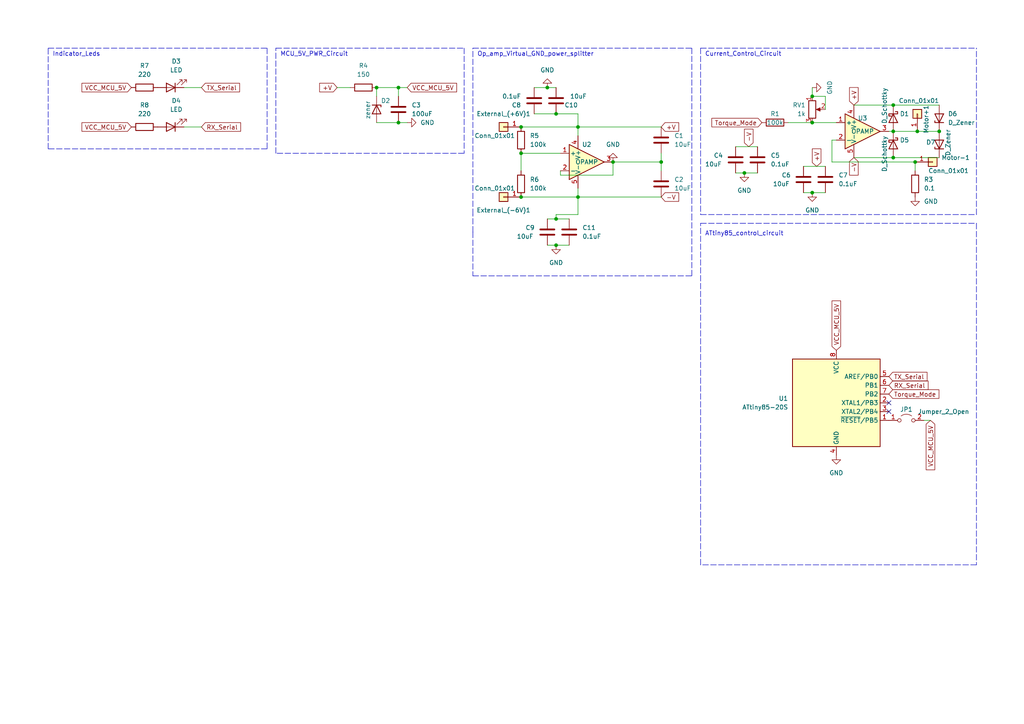
<source format=kicad_sch>
(kicad_sch (version 20211123) (generator eeschema)

  (uuid a9109c07-402d-48ae-af18-1629d75b7823)

  (paper "A4")

  (title_block
    (title "Torque_Control_Motor")
    (date "2022-06-20")
    (company "Mitacs")
  )

  (lib_symbols
    (symbol "Connector_Generic:Conn_01x01" (pin_names (offset 1.016) hide) (in_bom yes) (on_board yes)
      (property "Reference" "J" (id 0) (at 0 2.54 0)
        (effects (font (size 1.27 1.27)))
      )
      (property "Value" "Conn_01x01" (id 1) (at 0 -2.54 0)
        (effects (font (size 1.27 1.27)))
      )
      (property "Footprint" "" (id 2) (at 0 0 0)
        (effects (font (size 1.27 1.27)) hide)
      )
      (property "Datasheet" "~" (id 3) (at 0 0 0)
        (effects (font (size 1.27 1.27)) hide)
      )
      (property "ki_keywords" "connector" (id 4) (at 0 0 0)
        (effects (font (size 1.27 1.27)) hide)
      )
      (property "ki_description" "Generic connector, single row, 01x01, script generated (kicad-library-utils/schlib/autogen/connector/)" (id 5) (at 0 0 0)
        (effects (font (size 1.27 1.27)) hide)
      )
      (property "ki_fp_filters" "Connector*:*_1x??_*" (id 6) (at 0 0 0)
        (effects (font (size 1.27 1.27)) hide)
      )
      (symbol "Conn_01x01_1_1"
        (rectangle (start -1.27 0.127) (end 0 -0.127)
          (stroke (width 0.1524) (type default) (color 0 0 0 0))
          (fill (type none))
        )
        (rectangle (start -1.27 1.27) (end 1.27 -1.27)
          (stroke (width 0.254) (type default) (color 0 0 0 0))
          (fill (type background))
        )
        (pin passive line (at -5.08 0 0) (length 3.81)
          (name "Pin_1" (effects (font (size 1.27 1.27))))
          (number "1" (effects (font (size 1.27 1.27))))
        )
      )
    )
    (symbol "Device:C" (pin_numbers hide) (pin_names (offset 0.254)) (in_bom yes) (on_board yes)
      (property "Reference" "C" (id 0) (at 0.635 2.54 0)
        (effects (font (size 1.27 1.27)) (justify left))
      )
      (property "Value" "C" (id 1) (at 0.635 -2.54 0)
        (effects (font (size 1.27 1.27)) (justify left))
      )
      (property "Footprint" "" (id 2) (at 0.9652 -3.81 0)
        (effects (font (size 1.27 1.27)) hide)
      )
      (property "Datasheet" "~" (id 3) (at 0 0 0)
        (effects (font (size 1.27 1.27)) hide)
      )
      (property "ki_keywords" "cap capacitor" (id 4) (at 0 0 0)
        (effects (font (size 1.27 1.27)) hide)
      )
      (property "ki_description" "Unpolarized capacitor" (id 5) (at 0 0 0)
        (effects (font (size 1.27 1.27)) hide)
      )
      (property "ki_fp_filters" "C_*" (id 6) (at 0 0 0)
        (effects (font (size 1.27 1.27)) hide)
      )
      (symbol "C_0_1"
        (polyline
          (pts
            (xy -2.032 -0.762)
            (xy 2.032 -0.762)
          )
          (stroke (width 0.508) (type default) (color 0 0 0 0))
          (fill (type none))
        )
        (polyline
          (pts
            (xy -2.032 0.762)
            (xy 2.032 0.762)
          )
          (stroke (width 0.508) (type default) (color 0 0 0 0))
          (fill (type none))
        )
      )
      (symbol "C_1_1"
        (pin passive line (at 0 3.81 270) (length 2.794)
          (name "~" (effects (font (size 1.27 1.27))))
          (number "1" (effects (font (size 1.27 1.27))))
        )
        (pin passive line (at 0 -3.81 90) (length 2.794)
          (name "~" (effects (font (size 1.27 1.27))))
          (number "2" (effects (font (size 1.27 1.27))))
        )
      )
    )
    (symbol "Device:D_Schottky" (pin_numbers hide) (pin_names (offset 1.016) hide) (in_bom yes) (on_board yes)
      (property "Reference" "D" (id 0) (at 0 2.54 0)
        (effects (font (size 1.27 1.27)))
      )
      (property "Value" "D_Schottky" (id 1) (at 0 -2.54 0)
        (effects (font (size 1.27 1.27)))
      )
      (property "Footprint" "" (id 2) (at 0 0 0)
        (effects (font (size 1.27 1.27)) hide)
      )
      (property "Datasheet" "~" (id 3) (at 0 0 0)
        (effects (font (size 1.27 1.27)) hide)
      )
      (property "ki_keywords" "diode Schottky" (id 4) (at 0 0 0)
        (effects (font (size 1.27 1.27)) hide)
      )
      (property "ki_description" "Schottky diode" (id 5) (at 0 0 0)
        (effects (font (size 1.27 1.27)) hide)
      )
      (property "ki_fp_filters" "TO-???* *_Diode_* *SingleDiode* D_*" (id 6) (at 0 0 0)
        (effects (font (size 1.27 1.27)) hide)
      )
      (symbol "D_Schottky_0_1"
        (polyline
          (pts
            (xy 1.27 0)
            (xy -1.27 0)
          )
          (stroke (width 0) (type default) (color 0 0 0 0))
          (fill (type none))
        )
        (polyline
          (pts
            (xy 1.27 1.27)
            (xy 1.27 -1.27)
            (xy -1.27 0)
            (xy 1.27 1.27)
          )
          (stroke (width 0.254) (type default) (color 0 0 0 0))
          (fill (type none))
        )
        (polyline
          (pts
            (xy -1.905 0.635)
            (xy -1.905 1.27)
            (xy -1.27 1.27)
            (xy -1.27 -1.27)
            (xy -0.635 -1.27)
            (xy -0.635 -0.635)
          )
          (stroke (width 0.254) (type default) (color 0 0 0 0))
          (fill (type none))
        )
      )
      (symbol "D_Schottky_1_1"
        (pin passive line (at -3.81 0 0) (length 2.54)
          (name "K" (effects (font (size 1.27 1.27))))
          (number "1" (effects (font (size 1.27 1.27))))
        )
        (pin passive line (at 3.81 0 180) (length 2.54)
          (name "A" (effects (font (size 1.27 1.27))))
          (number "2" (effects (font (size 1.27 1.27))))
        )
      )
    )
    (symbol "Device:D_Zener" (pin_numbers hide) (pin_names (offset 1.016) hide) (in_bom yes) (on_board yes)
      (property "Reference" "D" (id 0) (at 0 2.54 0)
        (effects (font (size 1.27 1.27)))
      )
      (property "Value" "D_Zener" (id 1) (at 0 -2.54 0)
        (effects (font (size 1.27 1.27)))
      )
      (property "Footprint" "" (id 2) (at 0 0 0)
        (effects (font (size 1.27 1.27)) hide)
      )
      (property "Datasheet" "~" (id 3) (at 0 0 0)
        (effects (font (size 1.27 1.27)) hide)
      )
      (property "ki_keywords" "diode" (id 4) (at 0 0 0)
        (effects (font (size 1.27 1.27)) hide)
      )
      (property "ki_description" "Zener diode" (id 5) (at 0 0 0)
        (effects (font (size 1.27 1.27)) hide)
      )
      (property "ki_fp_filters" "TO-???* *_Diode_* *SingleDiode* D_*" (id 6) (at 0 0 0)
        (effects (font (size 1.27 1.27)) hide)
      )
      (symbol "D_Zener_0_1"
        (polyline
          (pts
            (xy 1.27 0)
            (xy -1.27 0)
          )
          (stroke (width 0) (type default) (color 0 0 0 0))
          (fill (type none))
        )
        (polyline
          (pts
            (xy -1.27 -1.27)
            (xy -1.27 1.27)
            (xy -0.762 1.27)
          )
          (stroke (width 0.254) (type default) (color 0 0 0 0))
          (fill (type none))
        )
        (polyline
          (pts
            (xy 1.27 -1.27)
            (xy 1.27 1.27)
            (xy -1.27 0)
            (xy 1.27 -1.27)
          )
          (stroke (width 0.254) (type default) (color 0 0 0 0))
          (fill (type none))
        )
      )
      (symbol "D_Zener_1_1"
        (pin passive line (at -3.81 0 0) (length 2.54)
          (name "K" (effects (font (size 1.27 1.27))))
          (number "1" (effects (font (size 1.27 1.27))))
        )
        (pin passive line (at 3.81 0 180) (length 2.54)
          (name "A" (effects (font (size 1.27 1.27))))
          (number "2" (effects (font (size 1.27 1.27))))
        )
      )
    )
    (symbol "Device:LED" (pin_numbers hide) (pin_names (offset 1.016) hide) (in_bom yes) (on_board yes)
      (property "Reference" "D" (id 0) (at 0 2.54 0)
        (effects (font (size 1.27 1.27)))
      )
      (property "Value" "LED" (id 1) (at 0 -2.54 0)
        (effects (font (size 1.27 1.27)))
      )
      (property "Footprint" "" (id 2) (at 0 0 0)
        (effects (font (size 1.27 1.27)) hide)
      )
      (property "Datasheet" "~" (id 3) (at 0 0 0)
        (effects (font (size 1.27 1.27)) hide)
      )
      (property "ki_keywords" "LED diode" (id 4) (at 0 0 0)
        (effects (font (size 1.27 1.27)) hide)
      )
      (property "ki_description" "Light emitting diode" (id 5) (at 0 0 0)
        (effects (font (size 1.27 1.27)) hide)
      )
      (property "ki_fp_filters" "LED* LED_SMD:* LED_THT:*" (id 6) (at 0 0 0)
        (effects (font (size 1.27 1.27)) hide)
      )
      (symbol "LED_0_1"
        (polyline
          (pts
            (xy -1.27 -1.27)
            (xy -1.27 1.27)
          )
          (stroke (width 0.254) (type default) (color 0 0 0 0))
          (fill (type none))
        )
        (polyline
          (pts
            (xy -1.27 0)
            (xy 1.27 0)
          )
          (stroke (width 0) (type default) (color 0 0 0 0))
          (fill (type none))
        )
        (polyline
          (pts
            (xy 1.27 -1.27)
            (xy 1.27 1.27)
            (xy -1.27 0)
            (xy 1.27 -1.27)
          )
          (stroke (width 0.254) (type default) (color 0 0 0 0))
          (fill (type none))
        )
        (polyline
          (pts
            (xy -3.048 -0.762)
            (xy -4.572 -2.286)
            (xy -3.81 -2.286)
            (xy -4.572 -2.286)
            (xy -4.572 -1.524)
          )
          (stroke (width 0) (type default) (color 0 0 0 0))
          (fill (type none))
        )
        (polyline
          (pts
            (xy -1.778 -0.762)
            (xy -3.302 -2.286)
            (xy -2.54 -2.286)
            (xy -3.302 -2.286)
            (xy -3.302 -1.524)
          )
          (stroke (width 0) (type default) (color 0 0 0 0))
          (fill (type none))
        )
      )
      (symbol "LED_1_1"
        (pin passive line (at -3.81 0 0) (length 2.54)
          (name "K" (effects (font (size 1.27 1.27))))
          (number "1" (effects (font (size 1.27 1.27))))
        )
        (pin passive line (at 3.81 0 180) (length 2.54)
          (name "A" (effects (font (size 1.27 1.27))))
          (number "2" (effects (font (size 1.27 1.27))))
        )
      )
    )
    (symbol "Device:R" (pin_numbers hide) (pin_names (offset 0)) (in_bom yes) (on_board yes)
      (property "Reference" "R" (id 0) (at 2.032 0 90)
        (effects (font (size 1.27 1.27)))
      )
      (property "Value" "R" (id 1) (at 0 0 90)
        (effects (font (size 1.27 1.27)))
      )
      (property "Footprint" "" (id 2) (at -1.778 0 90)
        (effects (font (size 1.27 1.27)) hide)
      )
      (property "Datasheet" "~" (id 3) (at 0 0 0)
        (effects (font (size 1.27 1.27)) hide)
      )
      (property "ki_keywords" "R res resistor" (id 4) (at 0 0 0)
        (effects (font (size 1.27 1.27)) hide)
      )
      (property "ki_description" "Resistor" (id 5) (at 0 0 0)
        (effects (font (size 1.27 1.27)) hide)
      )
      (property "ki_fp_filters" "R_*" (id 6) (at 0 0 0)
        (effects (font (size 1.27 1.27)) hide)
      )
      (symbol "R_0_1"
        (rectangle (start -1.016 -2.54) (end 1.016 2.54)
          (stroke (width 0.254) (type default) (color 0 0 0 0))
          (fill (type none))
        )
      )
      (symbol "R_1_1"
        (pin passive line (at 0 3.81 270) (length 1.27)
          (name "~" (effects (font (size 1.27 1.27))))
          (number "1" (effects (font (size 1.27 1.27))))
        )
        (pin passive line (at 0 -3.81 90) (length 1.27)
          (name "~" (effects (font (size 1.27 1.27))))
          (number "2" (effects (font (size 1.27 1.27))))
        )
      )
    )
    (symbol "Device:R_Potentiometer" (pin_names (offset 1.016) hide) (in_bom yes) (on_board yes)
      (property "Reference" "RV" (id 0) (at -4.445 0 90)
        (effects (font (size 1.27 1.27)))
      )
      (property "Value" "R_Potentiometer" (id 1) (at -2.54 0 90)
        (effects (font (size 1.27 1.27)))
      )
      (property "Footprint" "" (id 2) (at 0 0 0)
        (effects (font (size 1.27 1.27)) hide)
      )
      (property "Datasheet" "~" (id 3) (at 0 0 0)
        (effects (font (size 1.27 1.27)) hide)
      )
      (property "ki_keywords" "resistor variable" (id 4) (at 0 0 0)
        (effects (font (size 1.27 1.27)) hide)
      )
      (property "ki_description" "Potentiometer" (id 5) (at 0 0 0)
        (effects (font (size 1.27 1.27)) hide)
      )
      (property "ki_fp_filters" "Potentiometer*" (id 6) (at 0 0 0)
        (effects (font (size 1.27 1.27)) hide)
      )
      (symbol "R_Potentiometer_0_1"
        (polyline
          (pts
            (xy 2.54 0)
            (xy 1.524 0)
          )
          (stroke (width 0) (type default) (color 0 0 0 0))
          (fill (type none))
        )
        (polyline
          (pts
            (xy 1.143 0)
            (xy 2.286 0.508)
            (xy 2.286 -0.508)
            (xy 1.143 0)
          )
          (stroke (width 0) (type default) (color 0 0 0 0))
          (fill (type outline))
        )
        (rectangle (start 1.016 2.54) (end -1.016 -2.54)
          (stroke (width 0.254) (type default) (color 0 0 0 0))
          (fill (type none))
        )
      )
      (symbol "R_Potentiometer_1_1"
        (pin passive line (at 0 3.81 270) (length 1.27)
          (name "1" (effects (font (size 1.27 1.27))))
          (number "1" (effects (font (size 1.27 1.27))))
        )
        (pin passive line (at 3.81 0 180) (length 1.27)
          (name "2" (effects (font (size 1.27 1.27))))
          (number "2" (effects (font (size 1.27 1.27))))
        )
        (pin passive line (at 0 -3.81 90) (length 1.27)
          (name "3" (effects (font (size 1.27 1.27))))
          (number "3" (effects (font (size 1.27 1.27))))
        )
      )
    )
    (symbol "Jumper:Jumper_2_Open" (pin_names (offset 0) hide) (in_bom yes) (on_board yes)
      (property "Reference" "JP" (id 0) (at 0 2.794 0)
        (effects (font (size 1.27 1.27)))
      )
      (property "Value" "Jumper_2_Open" (id 1) (at 0 -2.286 0)
        (effects (font (size 1.27 1.27)))
      )
      (property "Footprint" "" (id 2) (at 0 0 0)
        (effects (font (size 1.27 1.27)) hide)
      )
      (property "Datasheet" "~" (id 3) (at 0 0 0)
        (effects (font (size 1.27 1.27)) hide)
      )
      (property "ki_keywords" "Jumper SPST" (id 4) (at 0 0 0)
        (effects (font (size 1.27 1.27)) hide)
      )
      (property "ki_description" "Jumper, 2-pole, open" (id 5) (at 0 0 0)
        (effects (font (size 1.27 1.27)) hide)
      )
      (property "ki_fp_filters" "Jumper* TestPoint*2Pads* TestPoint*Bridge*" (id 6) (at 0 0 0)
        (effects (font (size 1.27 1.27)) hide)
      )
      (symbol "Jumper_2_Open_0_0"
        (circle (center -2.032 0) (radius 0.508)
          (stroke (width 0) (type default) (color 0 0 0 0))
          (fill (type none))
        )
        (circle (center 2.032 0) (radius 0.508)
          (stroke (width 0) (type default) (color 0 0 0 0))
          (fill (type none))
        )
      )
      (symbol "Jumper_2_Open_0_1"
        (arc (start 1.524 1.27) (mid 0 1.778) (end -1.524 1.27)
          (stroke (width 0) (type default) (color 0 0 0 0))
          (fill (type none))
        )
      )
      (symbol "Jumper_2_Open_1_1"
        (pin passive line (at -5.08 0 0) (length 2.54)
          (name "A" (effects (font (size 1.27 1.27))))
          (number "1" (effects (font (size 1.27 1.27))))
        )
        (pin passive line (at 5.08 0 180) (length 2.54)
          (name "B" (effects (font (size 1.27 1.27))))
          (number "2" (effects (font (size 1.27 1.27))))
        )
      )
    )
    (symbol "MCU_Microchip_ATtiny:ATtiny85-20S" (in_bom yes) (on_board yes)
      (property "Reference" "U" (id 0) (at -12.7 13.97 0)
        (effects (font (size 1.27 1.27)) (justify left bottom))
      )
      (property "Value" "ATtiny85-20S" (id 1) (at 2.54 -13.97 0)
        (effects (font (size 1.27 1.27)) (justify left top))
      )
      (property "Footprint" "Package_SO:SOIC-8W_5.3x5.3mm_P1.27mm" (id 2) (at 0 0 0)
        (effects (font (size 1.27 1.27) italic) hide)
      )
      (property "Datasheet" "http://ww1.microchip.com/downloads/en/DeviceDoc/atmel-2586-avr-8-bit-microcontroller-attiny25-attiny45-attiny85_datasheet.pdf" (id 3) (at 0 0 0)
        (effects (font (size 1.27 1.27)) hide)
      )
      (property "ki_keywords" "AVR 8bit Microcontroller tinyAVR" (id 4) (at 0 0 0)
        (effects (font (size 1.27 1.27)) hide)
      )
      (property "ki_description" "20MHz, 8kB Flash, 512B SRAM, 512B EEPROM, debugWIRE, SOIC-8W" (id 5) (at 0 0 0)
        (effects (font (size 1.27 1.27)) hide)
      )
      (property "ki_fp_filters" "SOIC*5.3x5.3mm*P1.27mm*" (id 6) (at 0 0 0)
        (effects (font (size 1.27 1.27)) hide)
      )
      (symbol "ATtiny85-20S_0_1"
        (rectangle (start -12.7 -12.7) (end 12.7 12.7)
          (stroke (width 0.254) (type default) (color 0 0 0 0))
          (fill (type background))
        )
      )
      (symbol "ATtiny85-20S_1_1"
        (pin bidirectional line (at 15.24 -5.08 180) (length 2.54)
          (name "~{RESET}/PB5" (effects (font (size 1.27 1.27))))
          (number "1" (effects (font (size 1.27 1.27))))
        )
        (pin bidirectional line (at 15.24 0 180) (length 2.54)
          (name "XTAL1/PB3" (effects (font (size 1.27 1.27))))
          (number "2" (effects (font (size 1.27 1.27))))
        )
        (pin bidirectional line (at 15.24 -2.54 180) (length 2.54)
          (name "XTAL2/PB4" (effects (font (size 1.27 1.27))))
          (number "3" (effects (font (size 1.27 1.27))))
        )
        (pin power_in line (at 0 -15.24 90) (length 2.54)
          (name "GND" (effects (font (size 1.27 1.27))))
          (number "4" (effects (font (size 1.27 1.27))))
        )
        (pin bidirectional line (at 15.24 7.62 180) (length 2.54)
          (name "AREF/PB0" (effects (font (size 1.27 1.27))))
          (number "5" (effects (font (size 1.27 1.27))))
        )
        (pin bidirectional line (at 15.24 5.08 180) (length 2.54)
          (name "PB1" (effects (font (size 1.27 1.27))))
          (number "6" (effects (font (size 1.27 1.27))))
        )
        (pin bidirectional line (at 15.24 2.54 180) (length 2.54)
          (name "PB2" (effects (font (size 1.27 1.27))))
          (number "7" (effects (font (size 1.27 1.27))))
        )
        (pin power_in line (at 0 15.24 270) (length 2.54)
          (name "VCC" (effects (font (size 1.27 1.27))))
          (number "8" (effects (font (size 1.27 1.27))))
        )
      )
    )
    (symbol "power:GND" (power) (pin_names (offset 0)) (in_bom yes) (on_board yes)
      (property "Reference" "#PWR" (id 0) (at 0 -6.35 0)
        (effects (font (size 1.27 1.27)) hide)
      )
      (property "Value" "GND" (id 1) (at 0 -3.81 0)
        (effects (font (size 1.27 1.27)))
      )
      (property "Footprint" "" (id 2) (at 0 0 0)
        (effects (font (size 1.27 1.27)) hide)
      )
      (property "Datasheet" "" (id 3) (at 0 0 0)
        (effects (font (size 1.27 1.27)) hide)
      )
      (property "ki_keywords" "power-flag" (id 4) (at 0 0 0)
        (effects (font (size 1.27 1.27)) hide)
      )
      (property "ki_description" "Power symbol creates a global label with name \"GND\" , ground" (id 5) (at 0 0 0)
        (effects (font (size 1.27 1.27)) hide)
      )
      (symbol "GND_0_1"
        (polyline
          (pts
            (xy 0 0)
            (xy 0 -1.27)
            (xy 1.27 -1.27)
            (xy 0 -2.54)
            (xy -1.27 -1.27)
            (xy 0 -1.27)
          )
          (stroke (width 0) (type default) (color 0 0 0 0))
          (fill (type none))
        )
      )
      (symbol "GND_1_1"
        (pin power_in line (at 0 0 270) (length 0) hide
          (name "GND" (effects (font (size 1.27 1.27))))
          (number "1" (effects (font (size 1.27 1.27))))
        )
      )
    )
    (symbol "pspice:OPAMP" (pin_names (offset 0.254)) (in_bom yes) (on_board yes)
      (property "Reference" "U" (id 0) (at 3.81 3.175 0)
        (effects (font (size 1.27 1.27)) (justify left))
      )
      (property "Value" "OPAMP" (id 1) (at 3.81 -3.175 0)
        (effects (font (size 1.27 1.27)) (justify left))
      )
      (property "Footprint" "" (id 2) (at 0 0 0)
        (effects (font (size 1.27 1.27)) hide)
      )
      (property "Datasheet" "~" (id 3) (at 0 0 0)
        (effects (font (size 1.27 1.27)) hide)
      )
      (property "ki_keywords" "simulation" (id 4) (at 0 0 0)
        (effects (font (size 1.27 1.27)) hide)
      )
      (property "ki_description" "OPAmp symbol for simulation only" (id 5) (at 0 0 0)
        (effects (font (size 1.27 1.27)) hide)
      )
      (symbol "OPAMP_0_1"
        (polyline
          (pts
            (xy 5.08 0)
            (xy -5.08 5.08)
            (xy -5.08 -5.08)
            (xy 5.08 0)
          )
          (stroke (width 0.254) (type default) (color 0 0 0 0))
          (fill (type background))
        )
      )
      (symbol "OPAMP_1_1"
        (pin input line (at -7.62 2.54 0) (length 2.54)
          (name "+" (effects (font (size 1.27 1.27))))
          (number "1" (effects (font (size 1.27 1.27))))
        )
        (pin input line (at -7.62 -2.54 0) (length 2.54)
          (name "-" (effects (font (size 1.27 1.27))))
          (number "2" (effects (font (size 1.27 1.27))))
        )
        (pin output line (at 7.62 0 180) (length 2.54)
          (name "~" (effects (font (size 1.27 1.27))))
          (number "3" (effects (font (size 1.27 1.27))))
        )
        (pin power_in line (at -2.54 7.62 270) (length 3.81)
          (name "V+" (effects (font (size 1.27 1.27))))
          (number "4" (effects (font (size 1.27 1.27))))
        )
        (pin power_in line (at -2.54 -7.62 90) (length 3.81)
          (name "V-" (effects (font (size 1.27 1.27))))
          (number "5" (effects (font (size 1.27 1.27))))
        )
      )
    )
  )

  (junction (at 161.29 71.12) (diameter 0) (color 0 0 0 0)
    (uuid 0239a370-8370-49df-86cf-43d93c7ca6b2)
  )
  (junction (at 109.22 25.4) (diameter 0) (color 0 0 0 0)
    (uuid 0320c1cd-f78e-4829-8f61-452b00b035b5)
  )
  (junction (at 272.415 38.1) (diameter 0) (color 0 0 0 0)
    (uuid 03b4aeaa-1c85-4764-93d5-3314e93c70c7)
  )
  (junction (at 259.08 45.72) (diameter 0) (color 0 0 0 0)
    (uuid 05e44afd-4122-4b0e-b944-db6f05c33b60)
  )
  (junction (at 265.43 46.99) (diameter 0) (color 0 0 0 0)
    (uuid 061aa887-189d-4176-9fa0-e20fd66430b3)
  )
  (junction (at 177.8 46.99) (diameter 0) (color 0 0 0 0)
    (uuid 075529d0-9e3e-4e78-838f-9b6861360bf8)
  )
  (junction (at 191.77 46.99) (diameter 0) (color 0 0 0 0)
    (uuid 23084b18-1a33-4889-acd7-b8d05bfd3972)
  )
  (junction (at 151.13 57.15) (diameter 0) (color 0 0 0 0)
    (uuid 37780c63-3935-433c-97c9-2a4a998b7d45)
  )
  (junction (at 215.9 50.165) (diameter 0) (color 0 0 0 0)
    (uuid 423bee6c-3972-44c0-a3df-a11f98d8465e)
  )
  (junction (at 161.29 63.5) (diameter 0) (color 0 0 0 0)
    (uuid 4bb63135-d4ce-4653-b5c4-3f69b21660ec)
  )
  (junction (at 259.08 30.48) (diameter 0) (color 0 0 0 0)
    (uuid 4fcbf74c-7243-4b62-a810-435f5ddd7f73)
  )
  (junction (at 151.13 36.83) (diameter 0) (color 0 0 0 0)
    (uuid 57d55d7e-b909-4fb7-a265-5dee657310c5)
  )
  (junction (at 167.64 36.83) (diameter 0) (color 0 0 0 0)
    (uuid 5986842f-5317-405d-bb7e-3028f9e1107f)
  )
  (junction (at 167.64 57.15) (diameter 0) (color 0 0 0 0)
    (uuid 5a74371d-f179-4fb9-810a-f87e3b1c7089)
  )
  (junction (at 115.57 35.56) (diameter 0) (color 0 0 0 0)
    (uuid 5db4c03b-56fe-4615-991e-aebc060342b9)
  )
  (junction (at 151.13 44.45) (diameter 0) (color 0 0 0 0)
    (uuid 814c903d-d13f-40a8-b471-ab96fab2569c)
  )
  (junction (at 115.57 25.4) (diameter 0) (color 0 0 0 0)
    (uuid 85ae4544-4162-4f22-a074-a7655fe6694a)
  )
  (junction (at 235.585 35.56) (diameter 0) (color 0 0 0 0)
    (uuid 99947000-7752-4687-a483-acb8f7fd5b50)
  )
  (junction (at 161.29 33.02) (diameter 0) (color 0 0 0 0)
    (uuid ae814ffc-1934-43a4-97db-e161794a0871)
  )
  (junction (at 235.585 27.94) (diameter 0) (color 0 0 0 0)
    (uuid bc2178de-766a-4029-b104-6f932e9ff234)
  )
  (junction (at 235.585 55.88) (diameter 0) (color 0 0 0 0)
    (uuid e657d2fa-28a5-463e-9614-89785ef0ad25)
  )
  (junction (at 259.08 38.1) (diameter 0) (color 0 0 0 0)
    (uuid e9b55545-9152-4aad-ae03-8eb49037b0fb)
  )
  (junction (at 158.75 25.4) (diameter 0) (color 0 0 0 0)
    (uuid eeb16fd2-5af6-4a58-828a-34ff4ed626a2)
  )
  (junction (at 266.065 38.1) (diameter 0) (color 0 0 0 0)
    (uuid f338cb39-6196-44b3-b2a5-90d94089f440)
  )

  (no_connect (at 257.81 116.84) (uuid 05c2c782-bf33-4056-9ede-c8443753422d))
  (no_connect (at 257.81 119.38) (uuid 9f9a243b-4a47-4b52-88e0-bbe7dfa57853))

  (polyline (pts (xy 203.2 163.83) (xy 203.2 64.77))
    (stroke (width 0) (type default) (color 0 0 0 0))
    (uuid 02a84a4e-e31b-4181-82e4-a9ce4a78f329)
  )

  (wire (pts (xy 191.77 46.99) (xy 191.77 44.45))
    (stroke (width 0) (type default) (color 0 0 0 0))
    (uuid 039a81ac-9463-4f7c-8dbc-d6caa6a10df0)
  )
  (wire (pts (xy 259.08 45.72) (xy 272.415 45.72))
    (stroke (width 0) (type default) (color 0 0 0 0))
    (uuid 081e3e6d-b22b-4de4-a770-9f03d6e84e92)
  )
  (wire (pts (xy 115.57 25.4) (xy 118.11 25.4))
    (stroke (width 0) (type default) (color 0 0 0 0))
    (uuid 08811c0c-cb3a-4615-b360-f4a36ebdb38a)
  )
  (polyline (pts (xy 283.21 64.77) (xy 283.21 163.83))
    (stroke (width 0) (type default) (color 0 0 0 0))
    (uuid 08f45c4f-f5f9-4582-8e45-12694b71e544)
  )

  (wire (pts (xy 167.64 33.02) (xy 167.64 36.83))
    (stroke (width 0) (type default) (color 0 0 0 0))
    (uuid 096f8076-a55f-4ac4-bf96-c8fd9567802f)
  )
  (polyline (pts (xy 13.97 43.18) (xy 13.97 13.97))
    (stroke (width 0) (type default) (color 0 0 0 0))
    (uuid 0a140450-0bd6-45b0-a87d-9facdf39fac0)
  )
  (polyline (pts (xy 137.16 80.01) (xy 200.66 80.01))
    (stroke (width 0) (type default) (color 0 0 0 0))
    (uuid 163d79da-8c55-40c7-bac2-72719ab8a606)
  )

  (wire (pts (xy 233.045 55.88) (xy 235.585 55.88))
    (stroke (width 0) (type default) (color 0 0 0 0))
    (uuid 19326e02-250d-41b7-8318-7c37801c3b66)
  )
  (polyline (pts (xy 137.16 67.31) (xy 137.16 80.01))
    (stroke (width 0) (type default) (color 0 0 0 0))
    (uuid 1b1deb30-be3f-46fa-a6bc-3c8ccec19189)
  )

  (wire (pts (xy 53.34 25.4) (xy 58.42 25.4))
    (stroke (width 0) (type default) (color 0 0 0 0))
    (uuid 1b95b0e6-cf38-4c52-b721-7e8c7ddd13b9)
  )
  (wire (pts (xy 265.43 46.99) (xy 265.43 49.53))
    (stroke (width 0) (type default) (color 0 0 0 0))
    (uuid 1b9c6c75-0bef-4a28-8cb3-402446db9422)
  )
  (polyline (pts (xy 203.2 13.97) (xy 203.2 62.23))
    (stroke (width 0) (type default) (color 0 0 0 0))
    (uuid 225d9bfb-7293-46e2-b2f9-5ed9ec254f25)
  )

  (wire (pts (xy 109.22 35.56) (xy 115.57 35.56))
    (stroke (width 0) (type default) (color 0 0 0 0))
    (uuid 27ae6c37-129f-426e-9af5-cb7a1f8f6367)
  )
  (polyline (pts (xy 137.16 67.31) (xy 137.16 62.23))
    (stroke (width 0) (type default) (color 0 0 0 0))
    (uuid 2896395f-2ac6-420b-ab2c-e8103a26b4a2)
  )

  (wire (pts (xy 161.29 71.12) (xy 165.1 71.12))
    (stroke (width 0) (type default) (color 0 0 0 0))
    (uuid 31f77273-3d6a-42e9-9737-2de720aea51b)
  )
  (wire (pts (xy 228.6 35.56) (xy 235.585 35.56))
    (stroke (width 0) (type default) (color 0 0 0 0))
    (uuid 33338fc3-8b7d-40aa-84d1-d0bbfdd9a17a)
  )
  (wire (pts (xy 267.97 121.92) (xy 269.875 121.92))
    (stroke (width 0) (type default) (color 0 0 0 0))
    (uuid 3e4e88b2-727c-4d9b-95db-7f0ae67392c3)
  )
  (wire (pts (xy 266.065 38.1) (xy 272.415 38.1))
    (stroke (width 0) (type default) (color 0 0 0 0))
    (uuid 3f187d97-f05d-4d47-81d3-5941f5bde5b6)
  )
  (wire (pts (xy 177.8 50.8) (xy 162.56 50.8))
    (stroke (width 0) (type default) (color 0 0 0 0))
    (uuid 441960aa-4825-4d0b-b513-7e0477992aac)
  )
  (wire (pts (xy 177.8 46.99) (xy 177.8 50.8))
    (stroke (width 0) (type default) (color 0 0 0 0))
    (uuid 48152257-01b8-4b71-9fd0-428ed51f4934)
  )
  (wire (pts (xy 167.64 57.15) (xy 167.64 62.23))
    (stroke (width 0) (type default) (color 0 0 0 0))
    (uuid 4af1a931-7d6b-4452-906a-8deebf44f43f)
  )
  (wire (pts (xy 247.65 30.48) (xy 259.08 30.48))
    (stroke (width 0) (type default) (color 0 0 0 0))
    (uuid 54553c81-9014-47fa-b135-ea70cd196a31)
  )
  (wire (pts (xy 109.22 25.4) (xy 109.22 27.94))
    (stroke (width 0) (type default) (color 0 0 0 0))
    (uuid 545eb15e-0504-4458-a94e-316acb068132)
  )
  (wire (pts (xy 161.29 25.4) (xy 158.75 25.4))
    (stroke (width 0) (type default) (color 0 0 0 0))
    (uuid 54cf72dc-bcf2-4e3f-a0d0-0381ef5a6408)
  )
  (wire (pts (xy 259.08 30.48) (xy 272.415 30.48))
    (stroke (width 0) (type default) (color 0 0 0 0))
    (uuid 598c761d-3ec4-4f8f-997c-5bb21c9da538)
  )
  (wire (pts (xy 241.3 46.99) (xy 265.43 46.99))
    (stroke (width 0) (type default) (color 0 0 0 0))
    (uuid 5a1c31ef-bb5e-4572-8302-bb807d3c21bc)
  )
  (polyline (pts (xy 203.2 64.77) (xy 283.21 64.77))
    (stroke (width 0) (type default) (color 0 0 0 0))
    (uuid 5aa3b94a-379e-4f7e-bed9-93feaeac20f1)
  )

  (wire (pts (xy 167.64 54.61) (xy 167.64 57.15))
    (stroke (width 0) (type default) (color 0 0 0 0))
    (uuid 5b09410c-3181-4405-9c65-ab3d915d51b7)
  )
  (wire (pts (xy 167.64 36.83) (xy 167.64 39.37))
    (stroke (width 0) (type default) (color 0 0 0 0))
    (uuid 5d702163-f1cb-42a9-b555-1abc47be9f6d)
  )
  (wire (pts (xy 191.77 46.99) (xy 191.77 49.53))
    (stroke (width 0) (type default) (color 0 0 0 0))
    (uuid 65d0b79f-36c4-4498-8574-e12b9e961c4f)
  )
  (wire (pts (xy 241.3 40.64) (xy 241.3 46.99))
    (stroke (width 0) (type default) (color 0 0 0 0))
    (uuid 67f3198b-0c7f-4bc0-b3c2-5e007cc7dd17)
  )
  (wire (pts (xy 167.64 57.15) (xy 191.77 57.15))
    (stroke (width 0) (type default) (color 0 0 0 0))
    (uuid 6b09261e-72ad-4b5d-bc8f-9db9e876ba5a)
  )
  (polyline (pts (xy 134.62 44.45) (xy 80.01 44.45))
    (stroke (width 0) (type default) (color 0 0 0 0))
    (uuid 6d6e813b-c62a-4a4d-bc88-396feb64e2fc)
  )

  (wire (pts (xy 97.79 25.4) (xy 101.6 25.4))
    (stroke (width 0) (type default) (color 0 0 0 0))
    (uuid 7140ff27-6796-419f-b776-55d2a3f7e258)
  )
  (wire (pts (xy 53.34 36.83) (xy 58.42 36.83))
    (stroke (width 0) (type default) (color 0 0 0 0))
    (uuid 78001f8d-7f08-4d1d-990a-7c9c4e8b877f)
  )
  (wire (pts (xy 235.585 35.56) (xy 242.57 35.56))
    (stroke (width 0) (type default) (color 0 0 0 0))
    (uuid 78d43cbe-343c-43bd-acdc-93fde639ada6)
  )
  (wire (pts (xy 161.29 33.02) (xy 167.64 33.02))
    (stroke (width 0) (type default) (color 0 0 0 0))
    (uuid 7d0bd2e1-2eb5-43a4-9fa9-853fdd505732)
  )
  (wire (pts (xy 235.585 55.88) (xy 239.395 55.88))
    (stroke (width 0) (type default) (color 0 0 0 0))
    (uuid 863cff23-bd3a-4578-8114-cd8aafcc6018)
  )
  (polyline (pts (xy 77.47 43.18) (xy 13.97 43.18))
    (stroke (width 0) (type default) (color 0 0 0 0))
    (uuid 88cb007c-6ef9-443b-b7d7-fb074ee6b82e)
  )

  (wire (pts (xy 247.65 45.72) (xy 259.08 45.72))
    (stroke (width 0) (type default) (color 0 0 0 0))
    (uuid 8a73b4d6-2b70-4009-940d-072e5f63bcbf)
  )
  (wire (pts (xy 158.75 25.4) (xy 154.94 25.4))
    (stroke (width 0) (type default) (color 0 0 0 0))
    (uuid 8b3971ac-52b1-4b46-bc9a-873ac3bc7039)
  )
  (wire (pts (xy 177.8 46.99) (xy 191.77 46.99))
    (stroke (width 0) (type default) (color 0 0 0 0))
    (uuid 8e08f615-e956-4a78-93fa-6175748055e2)
  )
  (wire (pts (xy 158.75 71.12) (xy 161.29 71.12))
    (stroke (width 0) (type default) (color 0 0 0 0))
    (uuid 947288b1-97b7-4da8-8d1f-a99eb21eede7)
  )
  (polyline (pts (xy 137.16 62.23) (xy 137.16 13.97))
    (stroke (width 0) (type default) (color 0 0 0 0))
    (uuid 9a7c72f5-e7d8-431d-a06f-683a40a67ab3)
  )
  (polyline (pts (xy 80.01 44.45) (xy 80.01 13.97))
    (stroke (width 0) (type default) (color 0 0 0 0))
    (uuid 9a8c22fd-e45c-490c-bdf7-460349bbe7f5)
  )

  (wire (pts (xy 162.56 50.8) (xy 162.56 49.53))
    (stroke (width 0) (type default) (color 0 0 0 0))
    (uuid 9d86d4c4-aa05-4ea7-8b88-0ca2d174636e)
  )
  (wire (pts (xy 151.13 44.45) (xy 151.13 49.53))
    (stroke (width 0) (type default) (color 0 0 0 0))
    (uuid a01d9f6d-0103-443d-80eb-77dcb283735d)
  )
  (wire (pts (xy 161.29 63.5) (xy 165.1 63.5))
    (stroke (width 0) (type default) (color 0 0 0 0))
    (uuid a3148f15-7c6a-44a2-9910-5205bab866a2)
  )
  (wire (pts (xy 115.57 25.4) (xy 109.22 25.4))
    (stroke (width 0) (type default) (color 0 0 0 0))
    (uuid a3624d0a-ee16-4c23-bafa-8765e908168e)
  )
  (wire (pts (xy 151.13 36.83) (xy 167.64 36.83))
    (stroke (width 0) (type default) (color 0 0 0 0))
    (uuid a4bdc26d-7dbc-4644-8bef-ade8766428dd)
  )
  (wire (pts (xy 161.29 62.23) (xy 161.29 63.5))
    (stroke (width 0) (type default) (color 0 0 0 0))
    (uuid aa99d4e1-f23d-4c1c-9d5e-acbc21b66cc9)
  )
  (wire (pts (xy 213.36 50.165) (xy 215.9 50.165))
    (stroke (width 0) (type default) (color 0 0 0 0))
    (uuid ac538ee8-c2c7-454a-92fd-e8f0aa114aff)
  )
  (wire (pts (xy 257.81 38.1) (xy 259.08 38.1))
    (stroke (width 0) (type default) (color 0 0 0 0))
    (uuid b34405e7-264c-4b24-8ed0-cca483f7f39d)
  )
  (wire (pts (xy 154.94 33.02) (xy 161.29 33.02))
    (stroke (width 0) (type default) (color 0 0 0 0))
    (uuid b420c10c-09d2-4f11-92ec-c295f8ee5b25)
  )
  (wire (pts (xy 151.13 44.45) (xy 162.56 44.45))
    (stroke (width 0) (type default) (color 0 0 0 0))
    (uuid b5a7ef13-0687-4358-93e5-869fee961ea4)
  )
  (polyline (pts (xy 200.66 62.23) (xy 200.66 67.31))
    (stroke (width 0) (type default) (color 0 0 0 0))
    (uuid b8b23c8c-cf4a-468e-baa2-f7b88cc406fb)
  )
  (polyline (pts (xy 203.2 62.23) (xy 283.21 62.23))
    (stroke (width 0) (type default) (color 0 0 0 0))
    (uuid b8d95a00-80b9-4700-989c-3d96a37b7dc3)
  )

  (wire (pts (xy 151.13 57.15) (xy 167.64 57.15))
    (stroke (width 0) (type default) (color 0 0 0 0))
    (uuid bcf9ae6d-a07f-4923-b686-53f872fa60fd)
  )
  (polyline (pts (xy 137.16 13.97) (xy 200.66 13.97))
    (stroke (width 0) (type default) (color 0 0 0 0))
    (uuid bdf052b0-0716-4051-a1c0-19e0e47c1882)
  )
  (polyline (pts (xy 283.21 62.23) (xy 283.21 13.97))
    (stroke (width 0) (type default) (color 0 0 0 0))
    (uuid beb8ec57-cbf2-4fdc-9e10-b23e58c89728)
  )
  (polyline (pts (xy 80.01 13.97) (xy 134.62 13.97))
    (stroke (width 0) (type default) (color 0 0 0 0))
    (uuid c8f70005-b9fe-4eb3-b768-982bfb06701a)
  )

  (wire (pts (xy 215.9 50.165) (xy 219.71 50.165))
    (stroke (width 0) (type default) (color 0 0 0 0))
    (uuid ca231ed7-e4ce-485c-a65e-6f3bc330a781)
  )
  (polyline (pts (xy 134.62 13.97) (xy 134.62 44.45))
    (stroke (width 0) (type default) (color 0 0 0 0))
    (uuid ced348fe-c4b4-489f-b7ce-ddd326e8397b)
  )

  (wire (pts (xy 259.08 38.1) (xy 266.065 38.1))
    (stroke (width 0) (type default) (color 0 0 0 0))
    (uuid d0dba2df-df7a-4030-9129-e0ea1309a21c)
  )
  (polyline (pts (xy 13.97 13.97) (xy 77.47 13.97))
    (stroke (width 0) (type default) (color 0 0 0 0))
    (uuid d19cce49-7360-4134-af7c-9b803e1b703d)
  )
  (polyline (pts (xy 200.66 13.97) (xy 200.66 62.23))
    (stroke (width 0) (type default) (color 0 0 0 0))
    (uuid d2a75057-18dd-4d22-9b8a-27c481294fb8)
  )

  (wire (pts (xy 213.36 42.545) (xy 219.71 42.545))
    (stroke (width 0) (type default) (color 0 0 0 0))
    (uuid d6746dff-9399-4a9a-a8c8-8ad06f39075d)
  )
  (wire (pts (xy 242.57 40.64) (xy 241.3 40.64))
    (stroke (width 0) (type default) (color 0 0 0 0))
    (uuid d9a80469-1fe6-4360-8d7e-e0f7c59cbb34)
  )
  (wire (pts (xy 235.585 25.4) (xy 235.585 27.94))
    (stroke (width 0) (type default) (color 0 0 0 0))
    (uuid db3f3a4d-4fc0-4d8d-b4a4-92182b3d2ac4)
  )
  (polyline (pts (xy 200.66 80.01) (xy 200.66 67.31))
    (stroke (width 0) (type default) (color 0 0 0 0))
    (uuid dd4e136a-531b-4e6b-a6db-cafacb50dcf8)
  )
  (polyline (pts (xy 283.21 163.83) (xy 203.2 163.83))
    (stroke (width 0) (type default) (color 0 0 0 0))
    (uuid e2c44b2e-0c27-46e4-9b96-d08a89f3e424)
  )
  (polyline (pts (xy 203.2 13.97) (xy 283.21 13.97))
    (stroke (width 0) (type default) (color 0 0 0 0))
    (uuid e3e73621-49f1-4dc1-8a82-455c0c9ae666)
  )

  (wire (pts (xy 167.64 36.83) (xy 191.77 36.83))
    (stroke (width 0) (type default) (color 0 0 0 0))
    (uuid e4dd360e-6145-44a2-ad76-5f1229912b0a)
  )
  (wire (pts (xy 167.64 62.23) (xy 161.29 62.23))
    (stroke (width 0) (type default) (color 0 0 0 0))
    (uuid eb45486e-8b40-44cf-941e-6ccf984dbfbc)
  )
  (wire (pts (xy 115.57 35.56) (xy 118.11 35.56))
    (stroke (width 0) (type default) (color 0 0 0 0))
    (uuid ecedba64-bfa1-48fe-ad1d-549631baa4b9)
  )
  (wire (pts (xy 239.395 31.75) (xy 239.395 27.94))
    (stroke (width 0) (type default) (color 0 0 0 0))
    (uuid f5a3d0a8-d084-43e2-8d0c-e053ac9287a0)
  )
  (wire (pts (xy 158.75 63.5) (xy 161.29 63.5))
    (stroke (width 0) (type default) (color 0 0 0 0))
    (uuid f99d8431-cc71-48b2-81e2-bed60c2ff1b1)
  )
  (wire (pts (xy 239.395 27.94) (xy 235.585 27.94))
    (stroke (width 0) (type default) (color 0 0 0 0))
    (uuid fab517bb-16fa-4a76-b4ac-dd1b1d298dc5)
  )
  (wire (pts (xy 115.57 27.94) (xy 115.57 25.4))
    (stroke (width 0) (type default) (color 0 0 0 0))
    (uuid fc38e2cc-76f4-4147-ba54-de2b5f2820cf)
  )
  (wire (pts (xy 233.045 48.26) (xy 239.395 48.26))
    (stroke (width 0) (type default) (color 0 0 0 0))
    (uuid fded6dd0-43ff-4134-a8d7-71d702c04ef5)
  )
  (polyline (pts (xy 77.47 13.97) (xy 77.47 43.18))
    (stroke (width 0) (type default) (color 0 0 0 0))
    (uuid ff3b9e3b-8528-4ff9-8de5-112f49b7a4fc)
  )

  (text "Indicator_Leds\n" (at 15.24 16.51 0)
    (effects (font (size 1.27 1.27)) (justify left bottom))
    (uuid 67191c1d-aecb-4104-a80a-5e3f2e37cf71)
  )
  (text "Current_Control_Circuit\n" (at 204.47 16.51 0)
    (effects (font (size 1.27 1.27)) (justify left bottom))
    (uuid 7e8ed14a-fb9f-414e-9af5-d14c87cf41ad)
  )
  (text "Op_amp_Virtual_GND_power_splitter\n" (at 138.43 16.51 0)
    (effects (font (size 1.27 1.27)) (justify left bottom))
    (uuid 87d4d9fa-673d-4d71-bf16-bd16c91f7b58)
  )
  (text "MCU_5V_PWR_Circuit\n" (at 81.28 16.51 0)
    (effects (font (size 1.27 1.27)) (justify left bottom))
    (uuid a40621a6-f804-44dd-83b3-d65f24ff8b3c)
  )
  (text "ATtiny85_control_circuit\n" (at 204.47 68.58 0)
    (effects (font (size 1.27 1.27)) (justify left bottom))
    (uuid bfdf9235-d477-46ee-9fcf-0c1ae58d52ed)
  )

  (global_label "+V" (shape input) (at 247.65 30.48 90) (fields_autoplaced)
    (effects (font (size 1.27 1.27)) (justify left))
    (uuid 06c21aed-99f0-498a-9967-313798f94ec2)
    (property "Intersheet References" "${INTERSHEET_REFS}" (id 0) (at 247.5706 25.4059 90)
      (effects (font (size 1.27 1.27)) (justify left) hide)
    )
  )
  (global_label "+V" (shape input) (at 97.79 25.4 180) (fields_autoplaced)
    (effects (font (size 1.27 1.27)) (justify right))
    (uuid 21da55ac-4892-4909-86df-b8e1eea86905)
    (property "Intersheet References" "${INTERSHEET_REFS}" (id 0) (at 92.7159 25.4794 0)
      (effects (font (size 1.27 1.27)) (justify right) hide)
    )
  )
  (global_label "Torque_Mode" (shape input) (at 220.98 35.56 180) (fields_autoplaced)
    (effects (font (size 1.27 1.27)) (justify right))
    (uuid 2f9277a1-a819-406b-a0f6-bb5860f8542c)
    (property "Intersheet References" "${INTERSHEET_REFS}" (id 0) (at 206.4717 35.4806 0)
      (effects (font (size 1.27 1.27)) (justify right) hide)
    )
  )
  (global_label "VCC_MCU_5V" (shape input) (at 269.875 121.92 270) (fields_autoplaced)
    (effects (font (size 1.27 1.27)) (justify right))
    (uuid 38bfbbff-092d-4ad2-89a4-da038e3042da)
    (property "Intersheet References" "${INTERSHEET_REFS}" (id 0) (at 269.9544 136.2469 90)
      (effects (font (size 1.27 1.27)) (justify right) hide)
    )
  )
  (global_label "VCC_MCU_5V" (shape input) (at 242.57 101.6 90) (fields_autoplaced)
    (effects (font (size 1.27 1.27)) (justify left))
    (uuid 4e959cf5-454b-4f64-b6df-08a13595f449)
    (property "Intersheet References" "${INTERSHEET_REFS}" (id 0) (at 242.4906 87.2731 90)
      (effects (font (size 1.27 1.27)) (justify left) hide)
    )
  )
  (global_label "-V" (shape input) (at 191.77 57.15 0) (fields_autoplaced)
    (effects (font (size 1.27 1.27)) (justify left))
    (uuid 6fb5ac7a-f563-44eb-ba4c-ffd9f70e6110)
    (property "Intersheet References" "${INTERSHEET_REFS}" (id 0) (at 196.8441 57.2294 0)
      (effects (font (size 1.27 1.27)) (justify left) hide)
    )
  )
  (global_label "-V" (shape input) (at 247.65 45.72 270) (fields_autoplaced)
    (effects (font (size 1.27 1.27)) (justify right))
    (uuid 897cb85d-9023-4c6a-b2c6-48d3b5580200)
    (property "Intersheet References" "${INTERSHEET_REFS}" (id 0) (at 247.5706 50.7941 90)
      (effects (font (size 1.27 1.27)) (justify right) hide)
    )
  )
  (global_label "RX_Serial" (shape input) (at 257.81 111.76 0) (fields_autoplaced)
    (effects (font (size 1.27 1.27)) (justify left))
    (uuid 8b4a753c-5cd8-4d69-bd05-2163a85100c4)
    (property "Intersheet References" "${INTERSHEET_REFS}" (id 0) (at 269.1736 111.6806 0)
      (effects (font (size 1.27 1.27)) (justify left) hide)
    )
  )
  (global_label "VCC_MCU_5V" (shape input) (at 118.11 25.4 0) (fields_autoplaced)
    (effects (font (size 1.27 1.27)) (justify left))
    (uuid 9fafb988-16cd-48e0-9fa7-62150e47c170)
    (property "Intersheet References" "${INTERSHEET_REFS}" (id 0) (at 132.4369 25.3206 0)
      (effects (font (size 1.27 1.27)) (justify left) hide)
    )
  )
  (global_label "+V" (shape input) (at 191.77 36.83 0) (fields_autoplaced)
    (effects (font (size 1.27 1.27)) (justify left))
    (uuid a0fe23c8-5656-49c6-93c8-f790013d1b7e)
    (property "Intersheet References" "${INTERSHEET_REFS}" (id 0) (at 196.8441 36.7506 0)
      (effects (font (size 1.27 1.27)) (justify left) hide)
    )
  )
  (global_label "TX_Serial" (shape input) (at 257.81 109.22 0) (fields_autoplaced)
    (effects (font (size 1.27 1.27)) (justify left))
    (uuid b14d78b2-aab4-4ecf-8404-38fefa781130)
    (property "Intersheet References" "${INTERSHEET_REFS}" (id 0) (at 268.8712 109.1406 0)
      (effects (font (size 1.27 1.27)) (justify left) hide)
    )
  )
  (global_label "VCC_MCU_5V" (shape input) (at 38.1 25.4 180) (fields_autoplaced)
    (effects (font (size 1.27 1.27)) (justify right))
    (uuid cfcb99c2-8cb2-4ea7-8b81-304a0cde0c79)
    (property "Intersheet References" "${INTERSHEET_REFS}" (id 0) (at 23.7731 25.4794 0)
      (effects (font (size 1.27 1.27)) (justify right) hide)
    )
  )
  (global_label "-V" (shape input) (at 217.17 42.545 90) (fields_autoplaced)
    (effects (font (size 1.27 1.27)) (justify left))
    (uuid d450511a-2927-4885-b842-1d6a2412fb5f)
    (property "Intersheet References" "${INTERSHEET_REFS}" (id 0) (at 217.2494 37.4709 90)
      (effects (font (size 1.27 1.27)) (justify left) hide)
    )
  )
  (global_label "Torque_Mode" (shape input) (at 257.81 114.3 0) (fields_autoplaced)
    (effects (font (size 1.27 1.27)) (justify left))
    (uuid e3f6913d-112c-4ad4-b4f9-1578667c249b)
    (property "Intersheet References" "${INTERSHEET_REFS}" (id 0) (at 272.3183 114.3794 0)
      (effects (font (size 1.27 1.27)) (justify left) hide)
    )
  )
  (global_label "VCC_MCU_5V" (shape input) (at 38.1 36.83 180) (fields_autoplaced)
    (effects (font (size 1.27 1.27)) (justify right))
    (uuid e5694589-5ba0-4646-aecd-475b54aa871e)
    (property "Intersheet References" "${INTERSHEET_REFS}" (id 0) (at 23.7731 36.9094 0)
      (effects (font (size 1.27 1.27)) (justify right) hide)
    )
  )
  (global_label "+V" (shape input) (at 236.855 48.26 90) (fields_autoplaced)
    (effects (font (size 1.27 1.27)) (justify left))
    (uuid f32e5b1c-6d41-4b60-a4ab-ae5daf97b5ef)
    (property "Intersheet References" "${INTERSHEET_REFS}" (id 0) (at 236.7756 43.1859 90)
      (effects (font (size 1.27 1.27)) (justify left) hide)
    )
  )
  (global_label "TX_Serial" (shape input) (at 58.42 25.4 0) (fields_autoplaced)
    (effects (font (size 1.27 1.27)) (justify left))
    (uuid f7cf76b1-08cc-4fee-8c95-2bf43a1f998d)
    (property "Intersheet References" "${INTERSHEET_REFS}" (id 0) (at 69.4812 25.3206 0)
      (effects (font (size 1.27 1.27)) (justify left) hide)
    )
  )
  (global_label "RX_Serial" (shape input) (at 58.42 36.83 0) (fields_autoplaced)
    (effects (font (size 1.27 1.27)) (justify left))
    (uuid fac10f04-c62f-4be0-8631-ecb1e29b7ac6)
    (property "Intersheet References" "${INTERSHEET_REFS}" (id 0) (at 69.7836 36.7506 0)
      (effects (font (size 1.27 1.27)) (justify left) hide)
    )
  )

  (symbol (lib_id "pspice:OPAMP") (at 170.18 46.99 0) (unit 1)
    (in_bom yes) (on_board yes)
    (uuid 00e7bcd6-e229-4a2c-81f1-04731484423d)
    (property "Reference" "U2" (id 0) (at 170.18 41.91 0))
    (property "Value" "OPAMP" (id 1) (at 170.18 46.99 0))
    (property "Footprint" "Package_TO_SOT_SMD:TO-263-7_TabPin8" (id 2) (at 170.18 46.99 0)
      (effects (font (size 1.27 1.27)) hide)
    )
    (property "Datasheet" "~" (id 3) (at 170.18 46.99 0)
      (effects (font (size 1.27 1.27)) hide)
    )
    (pin "1" (uuid 05577bee-e314-48f9-9118-57418e08c422))
    (pin "2" (uuid 23b14a3a-f5c8-41f9-a162-0a205da8bfde))
    (pin "3" (uuid 6243c97a-9773-4eca-a4da-5792398a12b6))
    (pin "4" (uuid 0eb7bc47-6bb2-4de6-8df2-cfe2762e93c2))
    (pin "5" (uuid ba1dbc92-4e7c-4353-8a9b-9096809f171c))
  )

  (symbol (lib_id "Device:C") (at 219.71 46.355 0) (unit 1)
    (in_bom yes) (on_board yes) (fields_autoplaced)
    (uuid 00ed8459-09cd-40df-a9c9-b7946472df23)
    (property "Reference" "C5" (id 0) (at 223.52 45.0849 0)
      (effects (font (size 1.27 1.27)) (justify left))
    )
    (property "Value" "0.1uF" (id 1) (at 223.52 47.6249 0)
      (effects (font (size 1.27 1.27)) (justify left))
    )
    (property "Footprint" "Capacitor_SMD:C_0201_0603Metric" (id 2) (at 220.6752 50.165 0)
      (effects (font (size 1.27 1.27)) hide)
    )
    (property "Datasheet" "~" (id 3) (at 219.71 46.355 0)
      (effects (font (size 1.27 1.27)) hide)
    )
    (pin "1" (uuid 7c8df273-f239-405f-aed6-1d8267bad3de))
    (pin "2" (uuid 4a432a9b-ae90-4706-886b-667d5ff8720c))
  )

  (symbol (lib_id "Device:C") (at 213.36 46.355 0) (unit 1)
    (in_bom yes) (on_board yes)
    (uuid 01a033e0-a12f-42a2-b9d7-a8f9b6f5c9a3)
    (property "Reference" "C4" (id 0) (at 207.01 45.085 0)
      (effects (font (size 1.27 1.27)) (justify left))
    )
    (property "Value" "10uF" (id 1) (at 204.47 47.625 0)
      (effects (font (size 1.27 1.27)) (justify left))
    )
    (property "Footprint" "Capacitor_SMD:C_1206_3216Metric" (id 2) (at 214.3252 50.165 0)
      (effects (font (size 1.27 1.27)) hide)
    )
    (property "Datasheet" "~" (id 3) (at 213.36 46.355 0)
      (effects (font (size 1.27 1.27)) hide)
    )
    (pin "1" (uuid 50a8f187-49a8-47ae-b38a-b0d03549a42e))
    (pin "2" (uuid 3b093893-6cd0-458d-b7a1-1941c37acc8c))
  )

  (symbol (lib_id "Device:D_Schottky") (at 259.08 41.91 270) (unit 1)
    (in_bom yes) (on_board yes)
    (uuid 07823cea-d1f4-49ec-95c1-60c21ca34189)
    (property "Reference" "D5" (id 0) (at 260.985 40.64 90)
      (effects (font (size 1.27 1.27)) (justify left))
    )
    (property "Value" "D_Schottky" (id 1) (at 256.54 39.37 0)
      (effects (font (size 1.27 1.27)) (justify left))
    )
    (property "Footprint" "Diode_SMD:D_SOD-123" (id 2) (at 259.08 41.91 0)
      (effects (font (size 1.27 1.27)) hide)
    )
    (property "Datasheet" "~" (id 3) (at 259.08 41.91 0)
      (effects (font (size 1.27 1.27)) hide)
    )
    (pin "1" (uuid b3f96bf1-93b9-4197-a427-bf7385626c28))
    (pin "2" (uuid e4973d7a-81b5-49af-afcd-4935f84f1068))
  )

  (symbol (lib_id "Device:C") (at 158.75 67.31 0) (unit 1)
    (in_bom yes) (on_board yes)
    (uuid 091bcfbe-addb-4c7b-9a7b-5780f71f9abd)
    (property "Reference" "C9" (id 0) (at 152.4 66.04 0)
      (effects (font (size 1.27 1.27)) (justify left))
    )
    (property "Value" "10uF" (id 1) (at 149.86 68.58 0)
      (effects (font (size 1.27 1.27)) (justify left))
    )
    (property "Footprint" "Capacitor_SMD:C_1206_3216Metric" (id 2) (at 159.7152 71.12 0)
      (effects (font (size 1.27 1.27)) hide)
    )
    (property "Datasheet" "~" (id 3) (at 158.75 67.31 0)
      (effects (font (size 1.27 1.27)) hide)
    )
    (pin "1" (uuid 4460f917-3c60-4618-b5e4-4feae0f70c7f))
    (pin "2" (uuid 0af10f94-2d6b-456a-a854-9c2f4d75b6da))
  )

  (symbol (lib_id "pspice:OPAMP") (at 250.19 38.1 0) (unit 1)
    (in_bom yes) (on_board yes)
    (uuid 0ced21e0-6ebd-48ac-a00d-113b6c026a56)
    (property "Reference" "U3" (id 0) (at 250.19 34.29 0))
    (property "Value" "OPAMP" (id 1) (at 250.19 38.1 0))
    (property "Footprint" "Package_TO_SOT_SMD:TO-263-7_TabPin8" (id 2) (at 250.19 38.1 0)
      (effects (font (size 1.27 1.27)) hide)
    )
    (property "Datasheet" "~" (id 3) (at 250.19 38.1 0)
      (effects (font (size 1.27 1.27)) hide)
    )
    (pin "1" (uuid ad8e4dc9-5ccf-4f60-9639-073c1631b289))
    (pin "2" (uuid 621356fb-1d3d-4dda-a4cb-f9f783cb062d))
    (pin "3" (uuid 419bcba6-93b0-4ace-97ec-b6bd7a25d485))
    (pin "4" (uuid 386da1cd-b070-4794-a373-384167da7f4b))
    (pin "5" (uuid dc749c28-75dd-4cf9-b752-a9630c57c08e))
  )

  (symbol (lib_id "Connector_Generic:Conn_01x01") (at 270.51 46.99 0) (unit 1)
    (in_bom yes) (on_board yes)
    (uuid 14f79371-55c6-4892-ab42-5740b4c3dfef)
    (property "Reference" "Motor-1" (id 0) (at 273.05 45.7199 0)
      (effects (font (size 1.27 1.27)) (justify left))
    )
    (property "Value" "Conn_01x01" (id 1) (at 269.24 49.53 0)
      (effects (font (size 1.27 1.27)) (justify left))
    )
    (property "Footprint" "Connector_Wire:SolderWirePad_1x01_SMD_1x2mm" (id 2) (at 270.51 46.99 0)
      (effects (font (size 1.27 1.27)) hide)
    )
    (property "Datasheet" "~" (id 3) (at 270.51 46.99 0)
      (effects (font (size 1.27 1.27)) hide)
    )
    (pin "1" (uuid bcc0f566-5306-4d35-a9f5-97cf0a27f3a0))
  )

  (symbol (lib_id "Device:LED") (at 49.53 25.4 180) (unit 1)
    (in_bom yes) (on_board yes) (fields_autoplaced)
    (uuid 152e60f4-bd3c-44ad-8361-ffe7079920a2)
    (property "Reference" "D3" (id 0) (at 51.1175 17.78 0))
    (property "Value" "LED" (id 1) (at 51.1175 20.32 0))
    (property "Footprint" "LED_SMD:LED_0603_1608Metric" (id 2) (at 49.53 25.4 0)
      (effects (font (size 1.27 1.27)) hide)
    )
    (property "Datasheet" "~" (id 3) (at 49.53 25.4 0)
      (effects (font (size 1.27 1.27)) hide)
    )
    (pin "1" (uuid f0999399-d9d5-4635-b363-8d2e087b2d43))
    (pin "2" (uuid a53f787e-d08f-41f2-be57-07c22e4fc33d))
  )

  (symbol (lib_id "power:GND") (at 235.585 55.88 0) (unit 1)
    (in_bom yes) (on_board yes) (fields_autoplaced)
    (uuid 16bcc4b0-1ab6-43bf-93c9-55a077a75946)
    (property "Reference" "#PWR0104" (id 0) (at 235.585 62.23 0)
      (effects (font (size 1.27 1.27)) hide)
    )
    (property "Value" "GND" (id 1) (at 235.585 60.96 0))
    (property "Footprint" "" (id 2) (at 235.585 55.88 0)
      (effects (font (size 1.27 1.27)) hide)
    )
    (property "Datasheet" "" (id 3) (at 235.585 55.88 0)
      (effects (font (size 1.27 1.27)) hide)
    )
    (pin "1" (uuid b0b2b821-f564-4682-95f1-daf8952e9036))
  )

  (symbol (lib_id "Device:C") (at 165.1 67.31 0) (unit 1)
    (in_bom yes) (on_board yes) (fields_autoplaced)
    (uuid 1e5d4147-dc1e-4dc5-9c50-7f9b11bc4a5d)
    (property "Reference" "C11" (id 0) (at 168.91 66.0399 0)
      (effects (font (size 1.27 1.27)) (justify left))
    )
    (property "Value" "0.1uF" (id 1) (at 168.91 68.5799 0)
      (effects (font (size 1.27 1.27)) (justify left))
    )
    (property "Footprint" "Capacitor_SMD:C_0201_0603Metric" (id 2) (at 166.0652 71.12 0)
      (effects (font (size 1.27 1.27)) hide)
    )
    (property "Datasheet" "~" (id 3) (at 165.1 67.31 0)
      (effects (font (size 1.27 1.27)) hide)
    )
    (pin "1" (uuid 57ed8110-05c3-4c39-b22e-2e9f480944e7))
    (pin "2" (uuid a76fc54e-8a2a-4287-97e5-a6b8d6a8c21e))
  )

  (symbol (lib_id "power:GND") (at 235.585 25.4 90) (unit 1)
    (in_bom yes) (on_board yes) (fields_autoplaced)
    (uuid 1f961ef1-32fb-479d-bb0d-5dffc3f1996c)
    (property "Reference" "#PWR02" (id 0) (at 241.935 25.4 0)
      (effects (font (size 1.27 1.27)) hide)
    )
    (property "Value" "GND" (id 1) (at 240.665 25.4 0))
    (property "Footprint" "" (id 2) (at 235.585 25.4 0)
      (effects (font (size 1.27 1.27)) hide)
    )
    (property "Datasheet" "" (id 3) (at 235.585 25.4 0)
      (effects (font (size 1.27 1.27)) hide)
    )
    (pin "1" (uuid d2f5f6a4-4c6b-4d6f-b689-1405dfe8ed47))
  )

  (symbol (lib_id "Device:C") (at 115.57 31.75 0) (unit 1)
    (in_bom yes) (on_board yes) (fields_autoplaced)
    (uuid 3d2b5992-37c6-4e31-93f4-119c6d38581e)
    (property "Reference" "C3" (id 0) (at 119.38 30.4799 0)
      (effects (font (size 1.27 1.27)) (justify left))
    )
    (property "Value" "100uF" (id 1) (at 119.38 33.0199 0)
      (effects (font (size 1.27 1.27)) (justify left))
    )
    (property "Footprint" "Capacitor_SMD:CP_Elec_6.3x5.7" (id 2) (at 116.5352 35.56 0)
      (effects (font (size 1.27 1.27)) hide)
    )
    (property "Datasheet" "~" (id 3) (at 115.57 31.75 0)
      (effects (font (size 1.27 1.27)) hide)
    )
    (pin "1" (uuid bdbd4062-52b2-44d4-8c32-ca68cf7eb606))
    (pin "2" (uuid e3a4d323-9264-4104-a2cd-40b0b9addeeb))
  )

  (symbol (lib_id "power:GND") (at 158.75 25.4 180) (unit 1)
    (in_bom yes) (on_board yes) (fields_autoplaced)
    (uuid 40b694e0-7469-4275-ae57-290c0c8edef9)
    (property "Reference" "#PWR0106" (id 0) (at 158.75 19.05 0)
      (effects (font (size 1.27 1.27)) hide)
    )
    (property "Value" "GND" (id 1) (at 158.75 20.32 0))
    (property "Footprint" "" (id 2) (at 158.75 25.4 0)
      (effects (font (size 1.27 1.27)) hide)
    )
    (property "Datasheet" "" (id 3) (at 158.75 25.4 0)
      (effects (font (size 1.27 1.27)) hide)
    )
    (pin "1" (uuid 7a7d69f0-1813-49ce-ae93-a1bcf164436b))
  )

  (symbol (lib_id "Device:D_Zener") (at 272.415 41.91 90) (unit 1)
    (in_bom yes) (on_board yes)
    (uuid 45d31a92-fdde-40ea-bbeb-9b0e7f5c5cd0)
    (property "Reference" "D7" (id 0) (at 268.605 41.275 90)
      (effects (font (size 1.27 1.27)) (justify right))
    )
    (property "Value" "D_Zener" (id 1) (at 274.955 37.465 0)
      (effects (font (size 1.27 1.27)) (justify right))
    )
    (property "Footprint" "Diode_SMD:D_SOD-123" (id 2) (at 272.415 41.91 0)
      (effects (font (size 1.27 1.27)) hide)
    )
    (property "Datasheet" "~" (id 3) (at 272.415 41.91 0)
      (effects (font (size 1.27 1.27)) hide)
    )
    (pin "1" (uuid 62cacf06-2fe0-47f5-80f2-e7a02745e793))
    (pin "2" (uuid 408ef47c-b9aa-43cd-9442-8d8f2df10cb1))
  )

  (symbol (lib_id "power:GND") (at 118.11 35.56 90) (unit 1)
    (in_bom yes) (on_board yes) (fields_autoplaced)
    (uuid 58b03e14-18f2-4c55-9016-90f5bb2119ec)
    (property "Reference" "#PWR05" (id 0) (at 124.46 35.56 0)
      (effects (font (size 1.27 1.27)) hide)
    )
    (property "Value" "GND" (id 1) (at 121.92 35.5599 90)
      (effects (font (size 1.27 1.27)) (justify right))
    )
    (property "Footprint" "" (id 2) (at 118.11 35.56 0)
      (effects (font (size 1.27 1.27)) hide)
    )
    (property "Datasheet" "" (id 3) (at 118.11 35.56 0)
      (effects (font (size 1.27 1.27)) hide)
    )
    (pin "1" (uuid 1c7e9b4e-07e1-4e55-bb8b-4c0eed023e11))
  )

  (symbol (lib_id "MCU_Microchip_ATtiny:ATtiny85-20S") (at 242.57 116.84 0) (unit 1)
    (in_bom yes) (on_board yes) (fields_autoplaced)
    (uuid 59a2ef6e-8584-4eef-be95-cb817df844db)
    (property "Reference" "U1" (id 0) (at 228.6 115.5699 0)
      (effects (font (size 1.27 1.27)) (justify right))
    )
    (property "Value" "ATtiny85-20S" (id 1) (at 228.6 118.1099 0)
      (effects (font (size 1.27 1.27)) (justify right))
    )
    (property "Footprint" "Package_SO:SOIC-8W_5.3x5.3mm_P1.27mm" (id 2) (at 242.57 116.84 0)
      (effects (font (size 1.27 1.27) italic) hide)
    )
    (property "Datasheet" "http://ww1.microchip.com/downloads/en/DeviceDoc/atmel-2586-avr-8-bit-microcontroller-attiny25-attiny45-attiny85_datasheet.pdf" (id 3) (at 242.57 116.84 0)
      (effects (font (size 1.27 1.27)) hide)
    )
    (pin "1" (uuid 6ee4a039-f99e-4bb4-9e89-d13db8b46cba))
    (pin "2" (uuid b68641e9-e95d-46a9-8800-1ea5a0626bfc))
    (pin "3" (uuid 0c3f63ba-7a46-42a6-9390-3234d8470be2))
    (pin "4" (uuid f54831e2-8fdd-44fe-bd6d-1e6e9a3a09fb))
    (pin "5" (uuid c91a883b-e6d7-4e85-8726-5c0c00455c82))
    (pin "6" (uuid 1533ea74-06b0-40e1-8b58-5871cdb86c0f))
    (pin "7" (uuid caa53f14-3b4b-4bce-bd49-1c7afc50461d))
    (pin "8" (uuid 2cf2cce4-54ff-4c85-9c04-d70c40736583))
  )

  (symbol (lib_id "power:GND") (at 161.29 71.12 0) (unit 1)
    (in_bom yes) (on_board yes) (fields_autoplaced)
    (uuid 5fd93593-f11f-45f6-be3f-293284a846b4)
    (property "Reference" "#PWR0107" (id 0) (at 161.29 77.47 0)
      (effects (font (size 1.27 1.27)) hide)
    )
    (property "Value" "GND" (id 1) (at 161.29 76.2 0))
    (property "Footprint" "" (id 2) (at 161.29 71.12 0)
      (effects (font (size 1.27 1.27)) hide)
    )
    (property "Datasheet" "" (id 3) (at 161.29 71.12 0)
      (effects (font (size 1.27 1.27)) hide)
    )
    (pin "1" (uuid a3696ae5-a5a7-4cc6-ab05-02b0f6af9155))
  )

  (symbol (lib_id "Jumper:Jumper_2_Open") (at 262.89 121.92 0) (unit 1)
    (in_bom yes) (on_board yes)
    (uuid 6212a705-26da-410b-90c3-47a8cf16cfd7)
    (property "Reference" "JP1" (id 0) (at 262.89 118.745 0))
    (property "Value" "Jumper_2_Open" (id 1) (at 273.685 119.38 0))
    (property "Footprint" "Jumper:SolderJumper-2_P1.3mm_Open_RoundedPad1.0x1.5mm" (id 2) (at 262.89 121.92 0)
      (effects (font (size 1.27 1.27)) hide)
    )
    (property "Datasheet" "~" (id 3) (at 262.89 121.92 0)
      (effects (font (size 1.27 1.27)) hide)
    )
    (pin "1" (uuid d7fc0062-1037-49a8-af72-6630e93dce91))
    (pin "2" (uuid c5a78153-b48b-4c8b-b6d6-8496d671ce61))
  )

  (symbol (lib_id "Connector_Generic:Conn_01x01") (at 146.05 57.15 0) (mirror y) (unit 1)
    (in_bom yes) (on_board yes)
    (uuid 7afdfedd-f35a-4866-8fd5-ed14c222d200)
    (property "Reference" "External_(-6V)1" (id 0) (at 146.05 60.96 0))
    (property "Value" "Conn_01x01" (id 1) (at 143.51 54.61 0))
    (property "Footprint" "Connector_Wire:SolderWirePad_1x01_SMD_1x2mm" (id 2) (at 146.05 57.15 0)
      (effects (font (size 1.27 1.27)) hide)
    )
    (property "Datasheet" "~" (id 3) (at 146.05 57.15 0)
      (effects (font (size 1.27 1.27)) hide)
    )
    (pin "1" (uuid 77c9e979-a44d-4061-bf0a-41e5c561b9dd))
  )

  (symbol (lib_id "Device:C") (at 191.77 53.34 0) (unit 1)
    (in_bom yes) (on_board yes) (fields_autoplaced)
    (uuid 7bd7ccb8-e42b-4f02-b7a3-7d6eb7699e90)
    (property "Reference" "C2" (id 0) (at 195.58 52.0699 0)
      (effects (font (size 1.27 1.27)) (justify left))
    )
    (property "Value" "10uF" (id 1) (at 195.58 54.6099 0)
      (effects (font (size 1.27 1.27)) (justify left))
    )
    (property "Footprint" "Capacitor_SMD:C_1206_3216Metric" (id 2) (at 192.7352 57.15 0)
      (effects (font (size 1.27 1.27)) hide)
    )
    (property "Datasheet" "~" (id 3) (at 191.77 53.34 0)
      (effects (font (size 1.27 1.27)) hide)
    )
    (pin "1" (uuid 0c0f48e5-f9f7-419f-998c-c62f8135f167))
    (pin "2" (uuid 54ec6063-9740-41d7-b161-daf300a6e18b))
  )

  (symbol (lib_id "power:GND") (at 242.57 132.08 0) (unit 1)
    (in_bom yes) (on_board yes) (fields_autoplaced)
    (uuid 7c95438f-0ab7-4112-bec6-ca682dddf3a0)
    (property "Reference" "#PWR03" (id 0) (at 242.57 138.43 0)
      (effects (font (size 1.27 1.27)) hide)
    )
    (property "Value" "GND" (id 1) (at 242.57 137.16 0))
    (property "Footprint" "" (id 2) (at 242.57 132.08 0)
      (effects (font (size 1.27 1.27)) hide)
    )
    (property "Datasheet" "" (id 3) (at 242.57 132.08 0)
      (effects (font (size 1.27 1.27)) hide)
    )
    (pin "1" (uuid dc019a43-8e54-442d-a5bf-e8c036933c32))
  )

  (symbol (lib_id "Device:D_Zener") (at 109.22 31.75 270) (unit 1)
    (in_bom yes) (on_board yes)
    (uuid 7ecaaab8-c164-40b9-9640-0b790bdba206)
    (property "Reference" "D2" (id 0) (at 110.49 29.21 90)
      (effects (font (size 1.27 1.27)) (justify left))
    )
    (property "Value" "zener" (id 1) (at 106.68 29.21 0)
      (effects (font (size 1.27 1.27)) (justify left))
    )
    (property "Footprint" "Diode_SMD:D_TUMD2" (id 2) (at 109.22 31.75 0)
      (effects (font (size 1.27 1.27)) hide)
    )
    (property "Datasheet" "~" (id 3) (at 109.22 31.75 0)
      (effects (font (size 1.27 1.27)) hide)
    )
    (pin "1" (uuid 8fe4dbdc-cdb4-4ebe-981d-7204735202bc))
    (pin "2" (uuid 90febf93-14cc-4f1c-af74-5918659a7633))
  )

  (symbol (lib_id "power:GND") (at 215.9 50.165 0) (unit 1)
    (in_bom yes) (on_board yes) (fields_autoplaced)
    (uuid 83dbffbb-8bc1-42ed-bf8e-83532bac528d)
    (property "Reference" "#PWR0105" (id 0) (at 215.9 56.515 0)
      (effects (font (size 1.27 1.27)) hide)
    )
    (property "Value" "GND" (id 1) (at 215.9 55.245 0))
    (property "Footprint" "" (id 2) (at 215.9 50.165 0)
      (effects (font (size 1.27 1.27)) hide)
    )
    (property "Datasheet" "" (id 3) (at 215.9 50.165 0)
      (effects (font (size 1.27 1.27)) hide)
    )
    (pin "1" (uuid 0e00e4b0-bc4f-4e61-9abd-8198225fe50a))
  )

  (symbol (lib_id "Device:C") (at 154.94 29.21 180) (unit 1)
    (in_bom yes) (on_board yes) (fields_autoplaced)
    (uuid 8dfdd61a-42b8-4f25-bc8a-29c95867b6ac)
    (property "Reference" "C8" (id 0) (at 151.13 30.4801 0)
      (effects (font (size 1.27 1.27)) (justify left))
    )
    (property "Value" "0.1uF" (id 1) (at 151.13 27.9401 0)
      (effects (font (size 1.27 1.27)) (justify left))
    )
    (property "Footprint" "Capacitor_SMD:C_0201_0603Metric" (id 2) (at 153.9748 25.4 0)
      (effects (font (size 1.27 1.27)) hide)
    )
    (property "Datasheet" "~" (id 3) (at 154.94 29.21 0)
      (effects (font (size 1.27 1.27)) hide)
    )
    (pin "1" (uuid 928fe224-9e23-4c2a-828c-0dbe2188a1fa))
    (pin "2" (uuid 56975152-0e22-497c-8578-a1a36f15fa5c))
  )

  (symbol (lib_id "power:GND") (at 265.43 57.15 0) (unit 1)
    (in_bom yes) (on_board yes) (fields_autoplaced)
    (uuid 97bd5b7e-6dc4-48a1-a868-24d50a55d921)
    (property "Reference" "#PWR0102" (id 0) (at 265.43 63.5 0)
      (effects (font (size 1.27 1.27)) hide)
    )
    (property "Value" "GND" (id 1) (at 267.97 58.4199 0)
      (effects (font (size 1.27 1.27)) (justify left))
    )
    (property "Footprint" "" (id 2) (at 265.43 57.15 0)
      (effects (font (size 1.27 1.27)) hide)
    )
    (property "Datasheet" "" (id 3) (at 265.43 57.15 0)
      (effects (font (size 1.27 1.27)) hide)
    )
    (pin "1" (uuid 2d0cbc4f-6912-433b-ad9b-69ee1d789c3d))
  )

  (symbol (lib_id "Device:LED") (at 49.53 36.83 180) (unit 1)
    (in_bom yes) (on_board yes) (fields_autoplaced)
    (uuid 9fb7208e-f818-4fa7-8a7d-99f1a8562a4d)
    (property "Reference" "D4" (id 0) (at 51.1175 29.21 0))
    (property "Value" "LED" (id 1) (at 51.1175 31.75 0))
    (property "Footprint" "LED_SMD:LED_0603_1608Metric" (id 2) (at 49.53 36.83 0)
      (effects (font (size 1.27 1.27)) hide)
    )
    (property "Datasheet" "~" (id 3) (at 49.53 36.83 0)
      (effects (font (size 1.27 1.27)) hide)
    )
    (pin "1" (uuid 1916ef5a-394b-43ab-9b3a-4f594435bf45))
    (pin "2" (uuid ed0af61b-2237-40bf-a17b-899404b8ec4a))
  )

  (symbol (lib_id "Device:D_Schottky") (at 259.08 34.29 270) (unit 1)
    (in_bom yes) (on_board yes)
    (uuid a0e9a938-49ef-4ec0-a181-069924ee1a46)
    (property "Reference" "D1" (id 0) (at 260.985 33.02 90)
      (effects (font (size 1.27 1.27)) (justify left))
    )
    (property "Value" "D_Schottky" (id 1) (at 256.54 25.4 0)
      (effects (font (size 1.27 1.27)) (justify left))
    )
    (property "Footprint" "Diode_SMD:D_SOD-123" (id 2) (at 259.08 34.29 0)
      (effects (font (size 1.27 1.27)) hide)
    )
    (property "Datasheet" "~" (id 3) (at 259.08 34.29 0)
      (effects (font (size 1.27 1.27)) hide)
    )
    (pin "1" (uuid daa221bf-1552-440f-bac7-0003d0470f92))
    (pin "2" (uuid 3d048538-382d-4237-ad76-c3b9b4254d32))
  )

  (symbol (lib_id "Device:R_Potentiometer") (at 235.585 31.75 0) (unit 1)
    (in_bom yes) (on_board yes) (fields_autoplaced)
    (uuid a3c791f4-bb92-4b01-b38f-80d7bdffbb6d)
    (property "Reference" "RV1" (id 0) (at 233.68 30.4799 0)
      (effects (font (size 1.27 1.27)) (justify right))
    )
    (property "Value" "1k" (id 1) (at 233.68 33.0199 0)
      (effects (font (size 1.27 1.27)) (justify right))
    )
    (property "Footprint" "Potentiometer_SMD:Potentiometer_Bourns_3214W_Vertical" (id 2) (at 235.585 31.75 0)
      (effects (font (size 1.27 1.27)) hide)
    )
    (property "Datasheet" "~" (id 3) (at 235.585 31.75 0)
      (effects (font (size 1.27 1.27)) hide)
    )
    (pin "1" (uuid 6247bd4a-275c-4e08-b678-30d584cf3f3d))
    (pin "2" (uuid 3edbe088-4fbe-4c39-b59f-cdda1b327308))
    (pin "3" (uuid 7726080c-cf23-459c-97ab-7d170a56c303))
  )

  (symbol (lib_id "Device:C") (at 239.395 52.07 0) (unit 1)
    (in_bom yes) (on_board yes) (fields_autoplaced)
    (uuid a695af79-313c-45dc-880f-d996e38b932f)
    (property "Reference" "C7" (id 0) (at 243.205 50.7999 0)
      (effects (font (size 1.27 1.27)) (justify left))
    )
    (property "Value" "0.1uF" (id 1) (at 243.205 53.3399 0)
      (effects (font (size 1.27 1.27)) (justify left))
    )
    (property "Footprint" "Capacitor_SMD:C_0201_0603Metric" (id 2) (at 240.3602 55.88 0)
      (effects (font (size 1.27 1.27)) hide)
    )
    (property "Datasheet" "~" (id 3) (at 239.395 52.07 0)
      (effects (font (size 1.27 1.27)) hide)
    )
    (pin "1" (uuid 8842f80c-83cc-49db-96db-de034b5c1ed2))
    (pin "2" (uuid 46378d6d-adf2-4068-8fe0-ea1fce626df2))
  )

  (symbol (lib_id "Connector_Generic:Conn_01x01") (at 266.065 33.02 90) (unit 1)
    (in_bom yes) (on_board yes)
    (uuid a90bf313-d8cb-44d0-a9e0-655f65bbb6b6)
    (property "Reference" "Motor+1" (id 0) (at 268.605 38.735 0)
      (effects (font (size 1.27 1.27)) (justify left))
    )
    (property "Value" "Conn_01x01" (id 1) (at 272.415 29.21 90)
      (effects (font (size 1.27 1.27)) (justify left))
    )
    (property "Footprint" "Connector_Wire:SolderWirePad_1x01_SMD_1x2mm" (id 2) (at 266.065 33.02 0)
      (effects (font (size 1.27 1.27)) hide)
    )
    (property "Datasheet" "~" (id 3) (at 266.065 33.02 0)
      (effects (font (size 1.27 1.27)) hide)
    )
    (pin "1" (uuid 3677a54c-535f-4763-983b-ca6e3bbd39fb))
  )

  (symbol (lib_id "Device:R") (at 105.41 25.4 90) (unit 1)
    (in_bom yes) (on_board yes) (fields_autoplaced)
    (uuid b5bbf76d-b2e5-4196-845e-81ca5c62c5a2)
    (property "Reference" "R4" (id 0) (at 105.41 19.05 90))
    (property "Value" "150" (id 1) (at 105.41 21.59 90))
    (property "Footprint" "Resistor_SMD:R_0603_1608Metric" (id 2) (at 105.41 27.178 90)
      (effects (font (size 1.27 1.27)) hide)
    )
    (property "Datasheet" "~" (id 3) (at 105.41 25.4 0)
      (effects (font (size 1.27 1.27)) hide)
    )
    (pin "1" (uuid b7031f70-a864-4f95-adc1-6b931179785a))
    (pin "2" (uuid df3d3c69-6919-4d2f-b484-ec83b312ecce))
  )

  (symbol (lib_id "Device:C") (at 191.77 40.64 0) (unit 1)
    (in_bom yes) (on_board yes) (fields_autoplaced)
    (uuid c4279379-a13e-4c1d-92eb-1f56dcecd5c9)
    (property "Reference" "C1" (id 0) (at 195.58 39.3699 0)
      (effects (font (size 1.27 1.27)) (justify left))
    )
    (property "Value" "10uF" (id 1) (at 195.58 41.9099 0)
      (effects (font (size 1.27 1.27)) (justify left))
    )
    (property "Footprint" "Capacitor_SMD:C_1206_3216Metric" (id 2) (at 192.7352 44.45 0)
      (effects (font (size 1.27 1.27)) hide)
    )
    (property "Datasheet" "~" (id 3) (at 191.77 40.64 0)
      (effects (font (size 1.27 1.27)) hide)
    )
    (pin "1" (uuid c87c25bb-1320-4321-b969-f2adb9458b0a))
    (pin "2" (uuid 14270f90-fd14-4224-b61c-3e8f5bd7262c))
  )

  (symbol (lib_id "Device:R") (at 151.13 53.34 0) (unit 1)
    (in_bom yes) (on_board yes) (fields_autoplaced)
    (uuid c7a925a0-b675-437a-a848-a741231c6b3b)
    (property "Reference" "R6" (id 0) (at 153.67 52.0699 0)
      (effects (font (size 1.27 1.27)) (justify left))
    )
    (property "Value" "100k" (id 1) (at 153.67 54.6099 0)
      (effects (font (size 1.27 1.27)) (justify left))
    )
    (property "Footprint" "Resistor_SMD:R_0201_0603Metric" (id 2) (at 149.352 53.34 90)
      (effects (font (size 1.27 1.27)) hide)
    )
    (property "Datasheet" "~" (id 3) (at 151.13 53.34 0)
      (effects (font (size 1.27 1.27)) hide)
    )
    (pin "1" (uuid 134b34bf-322f-4a72-98a4-da1e238ec523))
    (pin "2" (uuid 40a3b5c8-4b6a-43ee-9489-7047ef6e4a0f))
  )

  (symbol (lib_id "power:GND") (at 177.8 46.99 180) (unit 1)
    (in_bom yes) (on_board yes) (fields_autoplaced)
    (uuid ce0a20ae-2cf3-47ae-8595-df747c337b65)
    (property "Reference" "#PWR01" (id 0) (at 177.8 40.64 0)
      (effects (font (size 1.27 1.27)) hide)
    )
    (property "Value" "GND" (id 1) (at 177.8 41.91 0))
    (property "Footprint" "" (id 2) (at 177.8 46.99 0)
      (effects (font (size 1.27 1.27)) hide)
    )
    (property "Datasheet" "" (id 3) (at 177.8 46.99 0)
      (effects (font (size 1.27 1.27)) hide)
    )
    (pin "1" (uuid ee97c9ef-6439-4d84-8a3b-8b02fa24f3c8))
  )

  (symbol (lib_id "Device:R") (at 265.43 53.34 0) (unit 1)
    (in_bom yes) (on_board yes) (fields_autoplaced)
    (uuid d7500761-6d72-47ed-a64a-76b402e996c0)
    (property "Reference" "R3" (id 0) (at 267.97 52.0699 0)
      (effects (font (size 1.27 1.27)) (justify left))
    )
    (property "Value" "0.1" (id 1) (at 267.97 54.6099 0)
      (effects (font (size 1.27 1.27)) (justify left))
    )
    (property "Footprint" "Resistor_SMD:R_1206_3216Metric" (id 2) (at 263.652 53.34 90)
      (effects (font (size 1.27 1.27)) hide)
    )
    (property "Datasheet" "~" (id 3) (at 265.43 53.34 0)
      (effects (font (size 1.27 1.27)) hide)
    )
    (pin "1" (uuid 0e9583f1-9dcc-4189-ae48-071778a25bf6))
    (pin "2" (uuid 6ba903b3-9df0-4a24-a7de-e33964159910))
  )

  (symbol (lib_id "Device:R") (at 151.13 40.64 0) (unit 1)
    (in_bom yes) (on_board yes) (fields_autoplaced)
    (uuid d7ca06e0-a942-4bdc-a581-abb448245577)
    (property "Reference" "R5" (id 0) (at 153.67 39.3699 0)
      (effects (font (size 1.27 1.27)) (justify left))
    )
    (property "Value" "100k" (id 1) (at 153.67 41.9099 0)
      (effects (font (size 1.27 1.27)) (justify left))
    )
    (property "Footprint" "Resistor_SMD:R_0201_0603Metric" (id 2) (at 149.352 40.64 90)
      (effects (font (size 1.27 1.27)) hide)
    )
    (property "Datasheet" "~" (id 3) (at 151.13 40.64 0)
      (effects (font (size 1.27 1.27)) hide)
    )
    (pin "1" (uuid 91215a16-ba3c-4d76-9154-c2c763a473f4))
    (pin "2" (uuid 8b06a22d-5936-4a6e-936f-e3f29ed8ffef))
  )

  (symbol (lib_id "Device:C") (at 161.29 29.21 180) (unit 1)
    (in_bom yes) (on_board yes)
    (uuid d8be664b-4103-42eb-89f0-93ba4ae45a77)
    (property "Reference" "C10" (id 0) (at 167.64 30.48 0)
      (effects (font (size 1.27 1.27)) (justify left))
    )
    (property "Value" "10uF" (id 1) (at 170.18 27.94 0)
      (effects (font (size 1.27 1.27)) (justify left))
    )
    (property "Footprint" "Capacitor_SMD:C_1206_3216Metric" (id 2) (at 160.3248 25.4 0)
      (effects (font (size 1.27 1.27)) hide)
    )
    (property "Datasheet" "~" (id 3) (at 161.29 29.21 0)
      (effects (font (size 1.27 1.27)) hide)
    )
    (pin "1" (uuid 16716d1d-4387-442d-a5ce-ab04f58ca1c1))
    (pin "2" (uuid 0dba433a-6f28-4981-b5cf-1d0d2bfe6254))
  )

  (symbol (lib_id "Device:R") (at 41.91 36.83 270) (unit 1)
    (in_bom yes) (on_board yes) (fields_autoplaced)
    (uuid dd28b4bb-7a05-41d0-aace-5a617ab885d8)
    (property "Reference" "R8" (id 0) (at 41.91 30.48 90))
    (property "Value" "220" (id 1) (at 41.91 33.02 90))
    (property "Footprint" "Resistor_SMD:R_0805_2012Metric" (id 2) (at 41.91 35.052 90)
      (effects (font (size 1.27 1.27)) hide)
    )
    (property "Datasheet" "~" (id 3) (at 41.91 36.83 0)
      (effects (font (size 1.27 1.27)) hide)
    )
    (pin "1" (uuid 50ab0292-8d25-40da-bdd3-f83ba8a73e6d))
    (pin "2" (uuid 0ff2b9eb-859d-4725-a499-82d894de49b8))
  )

  (symbol (lib_id "Device:D_Zener") (at 272.415 34.29 90) (unit 1)
    (in_bom yes) (on_board yes) (fields_autoplaced)
    (uuid e0a48ad4-97a4-4457-8509-a55f24151262)
    (property "Reference" "D6" (id 0) (at 274.955 33.0199 90)
      (effects (font (size 1.27 1.27)) (justify right))
    )
    (property "Value" "D_Zener" (id 1) (at 274.955 35.5599 90)
      (effects (font (size 1.27 1.27)) (justify right))
    )
    (property "Footprint" "Diode_SMD:D_SOD-123" (id 2) (at 272.415 34.29 0)
      (effects (font (size 1.27 1.27)) hide)
    )
    (property "Datasheet" "~" (id 3) (at 272.415 34.29 0)
      (effects (font (size 1.27 1.27)) hide)
    )
    (pin "1" (uuid e51fd8b4-6f6e-474c-8a0b-575465ca5ae4))
    (pin "2" (uuid 6a34173b-0ca7-43ae-864d-e814abdd92f4))
  )

  (symbol (lib_id "Connector_Generic:Conn_01x01") (at 146.05 36.83 180) (unit 1)
    (in_bom yes) (on_board yes)
    (uuid e7ce2424-d49b-4bda-99ac-587d30973f52)
    (property "Reference" "External_(+6V)1" (id 0) (at 146.05 33.02 0))
    (property "Value" "Conn_01x01" (id 1) (at 143.51 39.37 0))
    (property "Footprint" "Connector_Wire:SolderWirePad_1x01_SMD_1x2mm" (id 2) (at 146.05 36.83 0)
      (effects (font (size 1.27 1.27)) hide)
    )
    (property "Datasheet" "~" (id 3) (at 146.05 36.83 0)
      (effects (font (size 1.27 1.27)) hide)
    )
    (pin "1" (uuid eeb3afbe-f0eb-4cf3-83e9-996be209daf8))
  )

  (symbol (lib_id "Device:C") (at 233.045 52.07 0) (unit 1)
    (in_bom yes) (on_board yes)
    (uuid f1ed51e1-561b-417a-bd8e-b470cb4cb9c0)
    (property "Reference" "C6" (id 0) (at 226.695 50.8 0)
      (effects (font (size 1.27 1.27)) (justify left))
    )
    (property "Value" "10uF" (id 1) (at 224.155 53.34 0)
      (effects (font (size 1.27 1.27)) (justify left))
    )
    (property "Footprint" "Capacitor_SMD:C_1206_3216Metric" (id 2) (at 234.0102 55.88 0)
      (effects (font (size 1.27 1.27)) hide)
    )
    (property "Datasheet" "~" (id 3) (at 233.045 52.07 0)
      (effects (font (size 1.27 1.27)) hide)
    )
    (pin "1" (uuid 25b44dd3-e2aa-40c6-a6b5-58e1f6e6c72c))
    (pin "2" (uuid 7c093938-ff05-41f4-aa75-f349f782204a))
  )

  (symbol (lib_id "Device:R") (at 224.79 35.56 90) (unit 1)
    (in_bom yes) (on_board yes)
    (uuid f2317071-b21d-4a9e-a51f-c2fe3b71ad07)
    (property "Reference" "R1" (id 0) (at 224.79 33.02 90))
    (property "Value" "100k" (id 1) (at 224.79 35.56 90))
    (property "Footprint" "Resistor_SMD:R_0603_1608Metric" (id 2) (at 224.79 37.338 90)
      (effects (font (size 1.27 1.27)) hide)
    )
    (property "Datasheet" "~" (id 3) (at 224.79 35.56 0)
      (effects (font (size 1.27 1.27)) hide)
    )
    (pin "1" (uuid 621caf8f-85e8-48bc-81f3-a9f7a387c4a4))
    (pin "2" (uuid bee2e829-fdbf-4259-93ad-cd46c6b37752))
  )

  (symbol (lib_id "Device:R") (at 41.91 25.4 90) (unit 1)
    (in_bom yes) (on_board yes) (fields_autoplaced)
    (uuid fd123856-d208-41bd-812c-0a2ed6de74cf)
    (property "Reference" "R7" (id 0) (at 41.91 19.05 90))
    (property "Value" "220" (id 1) (at 41.91 21.59 90))
    (property "Footprint" "Resistor_SMD:R_0805_2012Metric" (id 2) (at 41.91 27.178 90)
      (effects (font (size 1.27 1.27)) hide)
    )
    (property "Datasheet" "~" (id 3) (at 41.91 25.4 0)
      (effects (font (size 1.27 1.27)) hide)
    )
    (pin "1" (uuid 4f718d81-a006-4c80-85ab-0e5cb8ac7d95))
    (pin "2" (uuid 4eeedf26-2e0d-48eb-a115-e016581f5c67))
  )

  (sheet_instances
    (path "/" (page "1"))
  )

  (symbol_instances
    (path "/ce0a20ae-2cf3-47ae-8595-df747c337b65"
      (reference "#PWR01") (unit 1) (value "GND") (footprint "")
    )
    (path "/1f961ef1-32fb-479d-bb0d-5dffc3f1996c"
      (reference "#PWR02") (unit 1) (value "GND") (footprint "")
    )
    (path "/7c95438f-0ab7-4112-bec6-ca682dddf3a0"
      (reference "#PWR03") (unit 1) (value "GND") (footprint "")
    )
    (path "/58b03e14-18f2-4c55-9016-90f5bb2119ec"
      (reference "#PWR05") (unit 1) (value "GND") (footprint "")
    )
    (path "/97bd5b7e-6dc4-48a1-a868-24d50a55d921"
      (reference "#PWR0102") (unit 1) (value "GND") (footprint "")
    )
    (path "/16bcc4b0-1ab6-43bf-93c9-55a077a75946"
      (reference "#PWR0104") (unit 1) (value "GND") (footprint "")
    )
    (path "/83dbffbb-8bc1-42ed-bf8e-83532bac528d"
      (reference "#PWR0105") (unit 1) (value "GND") (footprint "")
    )
    (path "/40b694e0-7469-4275-ae57-290c0c8edef9"
      (reference "#PWR0106") (unit 1) (value "GND") (footprint "")
    )
    (path "/5fd93593-f11f-45f6-be3f-293284a846b4"
      (reference "#PWR0107") (unit 1) (value "GND") (footprint "")
    )
    (path "/c4279379-a13e-4c1d-92eb-1f56dcecd5c9"
      (reference "C1") (unit 1) (value "10uF") (footprint "Capacitor_SMD:C_1206_3216Metric")
    )
    (path "/7bd7ccb8-e42b-4f02-b7a3-7d6eb7699e90"
      (reference "C2") (unit 1) (value "10uF") (footprint "Capacitor_SMD:C_1206_3216Metric")
    )
    (path "/3d2b5992-37c6-4e31-93f4-119c6d38581e"
      (reference "C3") (unit 1) (value "100uF") (footprint "Capacitor_SMD:CP_Elec_6.3x5.7")
    )
    (path "/01a033e0-a12f-42a2-b9d7-a8f9b6f5c9a3"
      (reference "C4") (unit 1) (value "10uF") (footprint "Capacitor_SMD:C_1206_3216Metric")
    )
    (path "/00ed8459-09cd-40df-a9c9-b7946472df23"
      (reference "C5") (unit 1) (value "0.1uF") (footprint "Capacitor_SMD:C_0201_0603Metric")
    )
    (path "/f1ed51e1-561b-417a-bd8e-b470cb4cb9c0"
      (reference "C6") (unit 1) (value "10uF") (footprint "Capacitor_SMD:C_1206_3216Metric")
    )
    (path "/a695af79-313c-45dc-880f-d996e38b932f"
      (reference "C7") (unit 1) (value "0.1uF") (footprint "Capacitor_SMD:C_0201_0603Metric")
    )
    (path "/8dfdd61a-42b8-4f25-bc8a-29c95867b6ac"
      (reference "C8") (unit 1) (value "0.1uF") (footprint "Capacitor_SMD:C_0201_0603Metric")
    )
    (path "/091bcfbe-addb-4c7b-9a7b-5780f71f9abd"
      (reference "C9") (unit 1) (value "10uF") (footprint "Capacitor_SMD:C_1206_3216Metric")
    )
    (path "/d8be664b-4103-42eb-89f0-93ba4ae45a77"
      (reference "C10") (unit 1) (value "10uF") (footprint "Capacitor_SMD:C_1206_3216Metric")
    )
    (path "/1e5d4147-dc1e-4dc5-9c50-7f9b11bc4a5d"
      (reference "C11") (unit 1) (value "0.1uF") (footprint "Capacitor_SMD:C_0201_0603Metric")
    )
    (path "/a0e9a938-49ef-4ec0-a181-069924ee1a46"
      (reference "D1") (unit 1) (value "D_Schottky") (footprint "Diode_SMD:D_SOD-123")
    )
    (path "/7ecaaab8-c164-40b9-9640-0b790bdba206"
      (reference "D2") (unit 1) (value "zener") (footprint "Diode_SMD:D_TUMD2")
    )
    (path "/152e60f4-bd3c-44ad-8361-ffe7079920a2"
      (reference "D3") (unit 1) (value "LED") (footprint "LED_SMD:LED_0603_1608Metric")
    )
    (path "/9fb7208e-f818-4fa7-8a7d-99f1a8562a4d"
      (reference "D4") (unit 1) (value "LED") (footprint "LED_SMD:LED_0603_1608Metric")
    )
    (path "/07823cea-d1f4-49ec-95c1-60c21ca34189"
      (reference "D5") (unit 1) (value "D_Schottky") (footprint "Diode_SMD:D_SOD-123")
    )
    (path "/e0a48ad4-97a4-4457-8509-a55f24151262"
      (reference "D6") (unit 1) (value "D_Zener") (footprint "Diode_SMD:D_SOD-123")
    )
    (path "/45d31a92-fdde-40ea-bbeb-9b0e7f5c5cd0"
      (reference "D7") (unit 1) (value "D_Zener") (footprint "Diode_SMD:D_SOD-123")
    )
    (path "/e7ce2424-d49b-4bda-99ac-587d30973f52"
      (reference "External_(+6V)1") (unit 1) (value "Conn_01x01") (footprint "Connector_Wire:SolderWirePad_1x01_SMD_1x2mm")
    )
    (path "/7afdfedd-f35a-4866-8fd5-ed14c222d200"
      (reference "External_(-6V)1") (unit 1) (value "Conn_01x01") (footprint "Connector_Wire:SolderWirePad_1x01_SMD_1x2mm")
    )
    (path "/6212a705-26da-410b-90c3-47a8cf16cfd7"
      (reference "JP1") (unit 1) (value "Jumper_2_Open") (footprint "Jumper:SolderJumper-2_P1.3mm_Open_RoundedPad1.0x1.5mm")
    )
    (path "/a90bf313-d8cb-44d0-a9e0-655f65bbb6b6"
      (reference "Motor+1") (unit 1) (value "Conn_01x01") (footprint "Connector_Wire:SolderWirePad_1x01_SMD_1x2mm")
    )
    (path "/14f79371-55c6-4892-ab42-5740b4c3dfef"
      (reference "Motor-1") (unit 1) (value "Conn_01x01") (footprint "Connector_Wire:SolderWirePad_1x01_SMD_1x2mm")
    )
    (path "/f2317071-b21d-4a9e-a51f-c2fe3b71ad07"
      (reference "R1") (unit 1) (value "100k") (footprint "Resistor_SMD:R_0603_1608Metric")
    )
    (path "/d7500761-6d72-47ed-a64a-76b402e996c0"
      (reference "R3") (unit 1) (value "0.1") (footprint "Resistor_SMD:R_1206_3216Metric")
    )
    (path "/b5bbf76d-b2e5-4196-845e-81ca5c62c5a2"
      (reference "R4") (unit 1) (value "150") (footprint "Resistor_SMD:R_0603_1608Metric")
    )
    (path "/d7ca06e0-a942-4bdc-a581-abb448245577"
      (reference "R5") (unit 1) (value "100k") (footprint "Resistor_SMD:R_0201_0603Metric")
    )
    (path "/c7a925a0-b675-437a-a848-a741231c6b3b"
      (reference "R6") (unit 1) (value "100k") (footprint "Resistor_SMD:R_0201_0603Metric")
    )
    (path "/fd123856-d208-41bd-812c-0a2ed6de74cf"
      (reference "R7") (unit 1) (value "220") (footprint "Resistor_SMD:R_0805_2012Metric")
    )
    (path "/dd28b4bb-7a05-41d0-aace-5a617ab885d8"
      (reference "R8") (unit 1) (value "220") (footprint "Resistor_SMD:R_0805_2012Metric")
    )
    (path "/a3c791f4-bb92-4b01-b38f-80d7bdffbb6d"
      (reference "RV1") (unit 1) (value "1k") (footprint "Potentiometer_SMD:Potentiometer_Bourns_3214W_Vertical")
    )
    (path "/59a2ef6e-8584-4eef-be95-cb817df844db"
      (reference "U1") (unit 1) (value "ATtiny85-20S") (footprint "Package_SO:SOIC-8W_5.3x5.3mm_P1.27mm")
    )
    (path "/00e7bcd6-e229-4a2c-81f1-04731484423d"
      (reference "U2") (unit 1) (value "OPAMP") (footprint "Package_TO_SOT_SMD:TO-263-7_TabPin8")
    )
    (path "/0ced21e0-6ebd-48ac-a00d-113b6c026a56"
      (reference "U3") (unit 1) (value "OPAMP") (footprint "Package_TO_SOT_SMD:TO-263-7_TabPin8")
    )
  )
)

</source>
